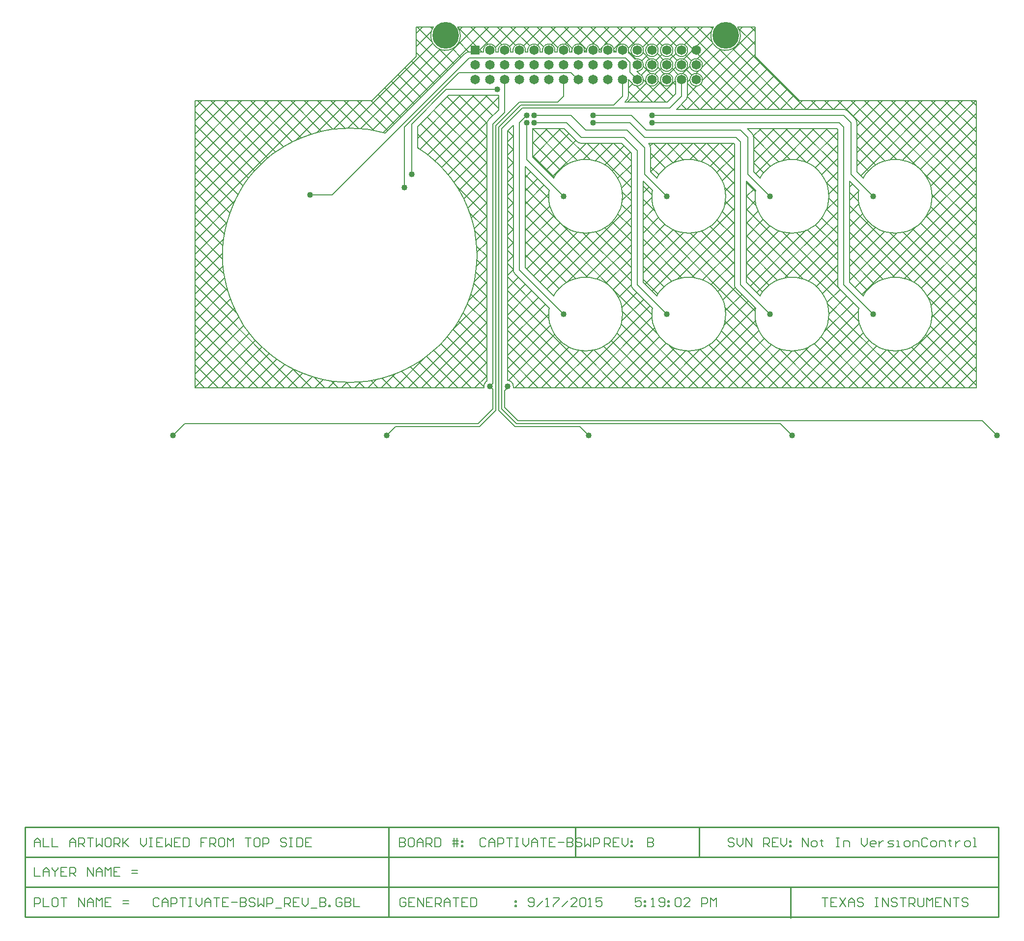
<source format=gbl>
%FSAX25Y25*%
%MOIN*%
G70*
G01*
G75*
G04 Layer_Physical_Order=2*
G04 Layer_Color=16711680*
%ADD10C,0.00787*%
%ADD11C,0.03937*%
%ADD12C,0.00591*%
%ADD13C,0.00600*%
%ADD14C,0.00800*%
%ADD15C,0.01600*%
%ADD16C,0.01000*%
%ADD17C,0.06496*%
%ADD18R,0.06496X0.06496*%
%ADD19C,0.18110*%
%ADD20C,0.04000*%
G54D14*
X0598028Y0587228D02*
G03*
X0595200Y0588400I-0002828J-0002828D01*
G01*
X0604200Y0579400D02*
G03*
X0603028Y0582228I-0004000J0000000D01*
G01*
X0604200Y0579400D02*
G03*
X0603028Y0582228I-0004000J0000000D01*
G01*
X0598028Y0587228D02*
G03*
X0595200Y0588400I-0002828J-0002828D01*
G01*
X0525255Y0638534D02*
G03*
X0523367Y0644400I-0010055J0000000D01*
G01*
X0507033D02*
G03*
X0525255Y0638534I0008167J-0005866D01*
G01*
X0499448Y0618534D02*
G03*
X0499448Y0618534I-0004248J0000000D01*
G01*
X0489200Y0607104D02*
G03*
X0489448Y0608534I-0004000J0001430D01*
G01*
X0499448D02*
G03*
X0499448Y0608534I-0004248J0000000D01*
G01*
X0534200Y0569400D02*
G03*
X0533028Y0572228I-0004000J0000000D01*
G01*
X0534200Y0569400D02*
G03*
X0533028Y0572228I-0004000J0000000D01*
G01*
X0489448Y0628534D02*
G03*
X0489448Y0628534I-0004248J0000000D01*
G01*
Y0608534D02*
G03*
X0481200Y0607104I-0004248J0000000D01*
G01*
X0489448Y0618534D02*
G03*
X0489448Y0618534I-0004248J0000000D01*
G01*
X0479448Y0628534D02*
G03*
X0479448Y0628534I-0004248J0000000D01*
G01*
Y0618534D02*
G03*
X0479448Y0618534I-0004248J0000000D01*
G01*
X0488028Y0594572D02*
G03*
X0489200Y0597400I-0002828J0002828D01*
G01*
X0488028Y0594572D02*
G03*
X0489200Y0597400I-0002828J0002828D01*
G01*
X0479448Y0608534D02*
G03*
X0479448Y0608534I-0004248J0000000D01*
G01*
X0464200Y0562400D02*
G03*
X0463028Y0565228I-0004000J0000000D01*
G01*
X0464200Y0562400D02*
G03*
X0463028Y0565228I-0004000J0000000D01*
G01*
X0591200Y0469400D02*
G03*
X0592372Y0466572I0004000J0000000D01*
G01*
X0591200Y0469400D02*
G03*
X0592372Y0466572I0004000J0000000D01*
G01*
X0521200Y0469400D02*
G03*
X0522372Y0466572I0004000J0000000D01*
G01*
X0521200Y0469400D02*
G03*
X0522372Y0466572I0004000J0000000D01*
G01*
X0469448Y0628534D02*
G03*
X0469448Y0628534I-0004248J0000000D01*
G01*
Y0618534D02*
G03*
X0469448Y0618534I-0004248J0000000D01*
G01*
X0459448Y0628534D02*
G03*
X0459448Y0628534I-0004248J0000000D01*
G01*
Y0618534D02*
G03*
X0453619Y0622477I-0004248J0000000D01*
G01*
X0450028Y0626228D02*
G03*
X0449124Y0626907I-0002828J-0002828D01*
G01*
D02*
G03*
X0449448Y0628534I-0003924J0001627D01*
G01*
D02*
G03*
X0441106Y0627400I-0004248J0000000D01*
G01*
X0453619Y0622477D02*
G03*
X0453028Y0623228I-0003419J-0002077D01*
G01*
X0453619Y0622477D02*
G03*
X0453028Y0623228I-0003419J-0002077D01*
G01*
X0450028Y0626228D02*
G03*
X0449124Y0626907I-0002828J-0002828D01*
G01*
X0469448Y0608534D02*
G03*
X0469448Y0608534I-0004248J0000000D01*
G01*
X0455104Y0614287D02*
G03*
X0459448Y0618534I0000096J0004247D01*
G01*
Y0608534D02*
G03*
X0457017Y0612374I-0004248J0000000D01*
G01*
X0451360Y0606717D02*
G03*
X0459448Y0608534I0003840J0001817D01*
G01*
X0449200Y0607104D02*
G03*
X0449448Y0608534I-0004000J0001430D01*
G01*
X0448028Y0594572D02*
G03*
X0449200Y0597400I-0002828J0002828D01*
G01*
X0448028Y0594572D02*
G03*
X0449200Y0597400I-0002828J0002828D01*
G01*
X0439448Y0628534D02*
G03*
X0431106Y0627400I-0004248J0000000D01*
G01*
X0429448Y0628534D02*
G03*
X0421106Y0627400I-0004248J0000000D01*
G01*
X0419448Y0628534D02*
G03*
X0411106Y0627400I-0004248J0000000D01*
G01*
X0419294D02*
G03*
X0419448Y0628534I-0004094J0001134D01*
G01*
X0439294Y0627400D02*
G03*
X0439448Y0628534I-0004094J0001134D01*
G01*
X0429294Y0627400D02*
G03*
X0429448Y0628534I-0004094J0001134D01*
G01*
X0409448D02*
G03*
X0401106Y0627400I-0004248J0000000D01*
G01*
X0399294D02*
G03*
X0399448Y0628534I-0004094J0001134D01*
G01*
X0409294Y0627400D02*
G03*
X0409448Y0628534I-0004094J0001134D01*
G01*
X0389448D02*
G03*
X0381106Y0627400I-0004248J0000000D01*
G01*
X0399448Y0628534D02*
G03*
X0391106Y0627400I-0004248J0000000D01*
G01*
X0389294D02*
G03*
X0389448Y0628534I-0004094J0001134D01*
G01*
X0414372Y0566572D02*
G03*
X0417200Y0565400I0002828J0002828D01*
G01*
X0414372Y0566572D02*
G03*
X0417200Y0565400I0002828J0002828D01*
G01*
X0384200Y0575527D02*
G03*
X0385200Y0575400I0001000J0003873D01*
G01*
X0379448Y0628534D02*
G03*
X0371106Y0627400I-0004248J0000000D01*
G01*
X0369294D02*
G03*
X0369448Y0628534I-0004094J0001134D01*
G01*
X0379294Y0627400D02*
G03*
X0379448Y0628534I-0004094J0001134D01*
G01*
X0369448D02*
G03*
X0361106Y0627400I-0004248J0000000D01*
G01*
X0359294D02*
G03*
X0359448Y0628534I-0004094J0001134D01*
G01*
D02*
G03*
X0351106Y0627400I-0004248J0000000D01*
G01*
X0335255Y0638534D02*
G03*
X0333367Y0644400I-0010055J0000000D01*
G01*
X0317033D02*
G03*
X0335255Y0638534I0008167J-0005866D01*
G01*
X0360200Y0597900D02*
G03*
X0361200Y0598027I0000000J0004000D01*
G01*
X0341200Y0627400D02*
G03*
X0338372Y0626228I0000000J-0004000D01*
G01*
X0341200Y0627400D02*
G03*
X0338372Y0626228I0000000J-0004000D01*
G01*
X0354372Y0581228D02*
G03*
X0353200Y0578400I0002828J-0002828D01*
G01*
X0354372Y0581228D02*
G03*
X0353200Y0578400I0002828J-0002828D01*
G01*
X0451200Y0469400D02*
G03*
X0452372Y0466572I0004000J0000000D01*
G01*
X0371200Y0479400D02*
G03*
X0372372Y0476572I0004000J0000000D01*
G01*
X0371200Y0479400D02*
G03*
X0372372Y0476572I0004000J0000000D01*
G01*
X0451200Y0469400D02*
G03*
X0452372Y0466572I0004000J0000000D01*
G01*
X0371200Y0400400D02*
G03*
X0367200Y0404400I-0004000J0000000D01*
G01*
X0352372Y0403228D02*
G03*
X0351327Y0399400I0002828J-0002828D01*
G01*
X0352372Y0403228D02*
G03*
X0351327Y0399400I0002828J-0002828D01*
G01*
X0672735Y0594400D02*
X0685200Y0581935D01*
X0681786Y0594400D02*
X0685200Y0590986D01*
X0663685Y0594400D02*
X0685200Y0572885D01*
X0654634Y0594400D02*
X0685200Y0563834D01*
X0645582Y0594400D02*
X0685200Y0554782D01*
X0626545Y0554137D02*
X0666808Y0594400D01*
X0630200Y0554439D02*
X0633004Y0554282D01*
X0635343Y0553884D02*
X0675859Y0594400D01*
X0604200Y0558945D02*
X0639655Y0594400D01*
X0591277D02*
X0631299Y0554378D01*
X0604200Y0577047D02*
X0621553Y0594400D01*
X0601679Y0583577D02*
X0612502Y0594400D01*
X0604200Y0567996D02*
X0630604Y0594400D01*
X0597015Y0587964D02*
X0603451Y0594400D01*
X0627396Y0554282D02*
X0630200Y0554439D01*
X0598028Y0587228D02*
X0603028Y0582228D01*
X0636531Y0594400D02*
X0685200Y0545731D01*
X0641969Y0551460D02*
X0684910Y0594400D01*
X0627481D02*
X0685200Y0536681D01*
X0618430Y0594400D02*
X0685200Y0527630D01*
X0609379Y0594400D02*
X0685200Y0518579D01*
X0654169Y0536507D02*
X0685200Y0567537D01*
X0651373Y0542762D02*
X0685200Y0576588D01*
X0655187Y0528474D02*
X0685200Y0558486D01*
X0647251Y0547690D02*
X0685200Y0585639D01*
X0606807Y0543450D02*
X0657757Y0594400D01*
X0604200Y0549894D02*
X0648706Y0594400D01*
X0604200Y0563375D02*
X0616939Y0550635D01*
X0604200Y0546057D02*
Y0579400D01*
Y0572426D02*
X0623220Y0553406D01*
X0600328Y0594400D02*
X0645603Y0549125D01*
X0633004Y0554282D02*
X0635772Y0553812D01*
X0624628D02*
X0627396Y0554282D01*
X0635772Y0553812D02*
X0638470Y0553034D01*
X0621930D02*
X0624628Y0553812D01*
X0604200Y0554324D02*
X0611987Y0546537D01*
X0582226Y0594400D02*
X0588226Y0588400D01*
X0573175Y0594400D02*
X0579175Y0588400D01*
X0588400D02*
X0594400Y0594400D01*
X0565200D02*
X0685200D01*
X0570298Y0588400D02*
X0576298Y0594400D01*
X0590543Y0575400D02*
X0591200Y0574743D01*
X0579349Y0588400D02*
X0585349Y0594400D01*
X0583124Y0575400D02*
X0591200Y0567324D01*
X0481857Y0588400D02*
X0595200D01*
X0529857Y0575400D02*
X0590543D01*
X0535200Y0624400D02*
X0565200Y0594400D01*
X0525043Y0588400D02*
X0548122Y0611478D01*
X0524290Y0634234D02*
X0570124Y0588400D01*
X0511044Y0629378D02*
X0552022Y0588400D01*
X0519853Y0629620D02*
X0561073Y0588400D01*
X0552196D02*
X0561698Y0597902D01*
X0543145Y0588400D02*
X0557173Y0602427D01*
X0561247Y0588400D02*
X0567247Y0594400D01*
X0534094Y0588400D02*
X0552647Y0606953D01*
X0534200Y0561353D02*
X0548247Y0575400D01*
X0574073D02*
X0591200Y0558273D01*
X0563285Y0554234D02*
X0584451Y0575400D01*
X0565022D02*
X0591200Y0549222D01*
X0546920Y0575400D02*
X0569862Y0552458D01*
X0555971Y0575400D02*
X0591200Y0540171D01*
X0575980Y0548827D02*
X0591200Y0564047D01*
X0570355Y0552253D02*
X0591200Y0573098D01*
X0580374Y0544170D02*
X0591200Y0554996D01*
X0553481Y0553481D02*
X0575400Y0575400D01*
X0565772Y0553812D02*
X0568470Y0553034D01*
X0537869Y0575400D02*
X0558902Y0554366D01*
X0534200Y0552302D02*
X0557298Y0575400D01*
X0535603Y0544654D02*
X0566349Y0575400D01*
X0534143Y0570075D02*
X0551402Y0552816D01*
X0534200Y0560967D02*
X0545525Y0549642D01*
X0560200Y0554439D02*
X0563003Y0554282D01*
X0557397D02*
X0560200Y0554439D01*
X0563003Y0554282D02*
X0565772Y0553812D01*
X0554628D02*
X0557397Y0554282D01*
X0551930Y0553034D02*
X0554628Y0553812D01*
X0647905Y0547106D02*
X0649777Y0545012D01*
X0645812Y0548977D02*
X0647905Y0547106D01*
X0649777Y0545012D02*
X0651402Y0542722D01*
X0641064Y0551960D02*
X0643522Y0550601D01*
X0645812Y0548977D01*
X0654612Y0534972D02*
X0655082Y0532203D01*
X0653834Y0537670D02*
X0654612Y0534972D01*
X0655082Y0532203D02*
X0655239Y0529400D01*
X0651402Y0542722D02*
X0652760Y0540264D01*
X0653834Y0537670D01*
X0638470Y0553034D02*
X0641064Y0551960D01*
X0619336D02*
X0621930Y0553034D01*
X0616878Y0550601D02*
X0619336Y0551960D01*
X0614588Y0548977D02*
X0616878Y0550601D01*
X0612495Y0547106D02*
X0614588Y0548977D01*
X0610623Y0545012D02*
X0612495Y0547106D01*
X0608998Y0542722D02*
X0610623Y0545012D01*
X0608478Y0541779D02*
X0608998Y0542722D01*
X0605318Y0532203D02*
X0605524Y0533419D01*
X0605161Y0529400D02*
X0605318Y0532203D01*
X0655082Y0526596D02*
X0655239Y0529400D01*
X0654612Y0523828D02*
X0655082Y0526596D01*
X0653834Y0521130D02*
X0654612Y0523828D01*
X0650323Y0514559D02*
X0685200Y0549435D01*
X0649925Y0544803D02*
X0685200Y0509528D01*
X0652760Y0518536D02*
X0653834Y0521130D01*
X0651402Y0516078D02*
X0652760Y0518536D01*
X0649777Y0513788D02*
X0651402Y0516078D01*
X0647905Y0511694D02*
X0649777Y0513788D01*
X0645812Y0509823D02*
X0647905Y0511694D01*
X0606566Y0521130D02*
X0607640Y0518536D01*
X0605788Y0523828D02*
X0606566Y0521130D01*
X0607640Y0518536D02*
X0608998Y0516078D01*
X0605161Y0529400D02*
X0605318Y0526596D01*
X0605788Y0523828D01*
X0614588Y0509823D02*
X0616878Y0508198D01*
X0612495Y0511694D02*
X0614588Y0509823D01*
X0643522Y0508198D02*
X0645812Y0509823D01*
X0608998Y0516078D02*
X0610623Y0513788D01*
X0612495Y0511694D01*
X0604200Y0546057D02*
X0608478Y0541779D01*
X0583568Y0538313D02*
X0591200Y0545945D01*
X0599200Y0539743D02*
X0605524Y0533419D01*
X0581401Y0542722D02*
X0582760Y0540264D01*
X0583834Y0537670D01*
X0599200Y0535843D02*
X0601150Y0537793D01*
X0584612Y0534972D02*
X0585082Y0532203D01*
X0585158Y0530852D02*
X0591200Y0536894D01*
X0583834Y0537670D02*
X0584612Y0534972D01*
X0583257Y0539062D02*
X0591200Y0531120D01*
X0571064Y0551960D02*
X0573522Y0550601D01*
X0568470Y0553034D02*
X0571064Y0551960D01*
X0573522Y0550601D02*
X0575812Y0548977D01*
X0549336Y0551960D02*
X0551930Y0553034D01*
X0546878Y0550601D02*
X0549336Y0551960D01*
X0577906Y0547106D02*
X0579777Y0545012D01*
X0575812Y0548977D02*
X0577906Y0547106D01*
X0579777Y0545012D02*
X0581401Y0542722D01*
X0544588Y0548977D02*
X0546878Y0550601D01*
X0542494Y0547106D02*
X0544588Y0548977D01*
X0599200Y0526792D02*
X0605463Y0533055D01*
X0599200Y0532171D02*
X0605429Y0525942D01*
X0585167Y0528102D02*
X0591200Y0522069D01*
X0585082Y0532203D02*
X0585239Y0529400D01*
X0585082Y0526596D02*
X0585239Y0529400D01*
X0599200Y0517741D02*
X0605716Y0524257D01*
X0584612Y0523828D02*
X0585082Y0526596D01*
X0599200Y0508690D02*
X0608141Y0517631D01*
X0583373Y0520016D02*
X0591200Y0527843D01*
X0583616Y0520602D02*
X0591200Y0513018D01*
X0583834Y0521130D02*
X0584612Y0523828D01*
X0582760Y0518536D02*
X0583834Y0521130D01*
X0581401Y0516078D02*
X0582760Y0518536D01*
X0579777Y0513788D02*
X0581401Y0516078D01*
X0577906Y0511694D02*
X0579777Y0513788D01*
X0575812Y0509823D02*
X0577906Y0511694D01*
X0573522Y0508198D02*
X0575812Y0509823D01*
X0542494Y0511694D02*
X0544588Y0509823D01*
X0546878Y0508198D01*
X0532226Y0644400D02*
X0535200Y0641426D01*
X0524556Y0642218D02*
X0526737Y0644400D01*
X0535200Y0624400D02*
Y0644400D01*
X0523367D02*
X0535200D01*
X0523751Y0643823D02*
X0535200Y0632375D01*
X0499418Y0608030D02*
X0535200Y0643812D01*
X0495994Y0622707D02*
X0506604Y0633317D01*
X0499027Y0616689D02*
X0511516Y0629178D01*
X0505073Y0644400D02*
X0506286Y0643187D01*
X0496022Y0644400D02*
X0506044Y0634378D01*
X0495119Y0612781D02*
X0497045Y0614707D01*
X0488436Y0615782D02*
X0492448Y0611770D01*
X0489200Y0606862D02*
X0490953Y0608615D01*
X0489200Y0597812D02*
X0495704Y0604316D01*
X0489200Y0597400D02*
Y0607104D01*
X0506941Y0588400D02*
X0539071Y0620529D01*
X0497962Y0615307D02*
X0524869Y0588400D01*
X0515992D02*
X0543596Y0616004D01*
X0488839Y0588400D02*
X0535200Y0634761D01*
X0497890Y0588400D02*
X0535200Y0625710D01*
X0534097Y0570301D02*
X0539196Y0575400D01*
X0534200Y0546057D02*
Y0569400D01*
X0529857Y0575400D02*
X0533028Y0572228D01*
X0520543Y0565400D02*
X0521200Y0564743D01*
X0498436Y0605782D02*
X0515818Y0588400D01*
X0493563Y0565400D02*
X0521200Y0537763D01*
X0489174Y0596942D02*
X0497716Y0588400D01*
X0489200Y0605967D02*
X0506767Y0588400D01*
X0511665Y0565400D02*
X0521200Y0555865D01*
X0504589Y0549844D02*
X0520145Y0565400D01*
X0502614D02*
X0521200Y0546814D01*
X0491036Y0554392D02*
X0502043Y0565400D01*
X0498653Y0552958D02*
X0511094Y0565400D01*
X0487370Y0632186D02*
X0499585Y0644400D01*
X0486732Y0622496D02*
X0505532Y0641296D01*
X0477926Y0631792D02*
X0490534Y0644400D01*
X0478436Y0625782D02*
X0482448Y0621770D01*
X0487962Y0625307D02*
X0491973Y0621296D01*
X0485994Y0612707D02*
X0491027Y0617740D01*
X0478834Y0616333D02*
X0483000Y0612168D01*
X0468869Y0644400D02*
X0481973Y0631296D01*
X0477370Y0622186D02*
X0481548Y0626364D01*
X0468405Y0631322D02*
X0481483Y0644400D01*
X0468834Y0626333D02*
X0472999Y0622167D01*
X0476732Y0612496D02*
X0481238Y0617002D01*
X0469149Y0616967D02*
X0473633Y0612483D01*
X0467926Y0621792D02*
X0471942Y0625808D01*
X0467370Y0612186D02*
X0471548Y0616364D01*
X0486971Y0644400D02*
X0542971Y0588400D01*
X0477920Y0644400D02*
X0533920Y0588400D01*
X0481857D02*
X0488028Y0594572D01*
X0484512Y0565400D02*
X0496234Y0553679D01*
X0485261Y0591804D02*
X0488665Y0588400D01*
X0479705Y0552113D02*
X0492992Y0565400D01*
X0462857D02*
X0520543D01*
X0464399Y0545858D02*
X0483941Y0565400D01*
X0479149Y0606967D02*
X0481200Y0604916D01*
Y0599057D02*
Y0607104D01*
X0469365Y0607700D02*
X0479604Y0597461D01*
X0466686Y0593400D02*
X0481027Y0607740D01*
X0475543Y0593400D02*
X0481200Y0599057D01*
X0464200Y0554710D02*
X0474890Y0565400D01*
X0466410D02*
X0479700Y0552110D01*
X0463259Y0604755D02*
X0474614Y0593400D01*
X0464021Y0563582D02*
X0465839Y0565400D01*
X0540623Y0545012D02*
X0542494Y0547106D01*
X0538999Y0542722D02*
X0540623Y0545012D01*
X0538478Y0541779D02*
X0538999Y0542722D01*
X0534200Y0551916D02*
X0540850Y0545266D01*
X0534200Y0546057D02*
X0538478Y0541779D01*
X0535318Y0532203D02*
X0535525Y0533419D01*
X0529200Y0539743D02*
X0535525Y0533419D01*
X0535161Y0529400D02*
X0535318Y0532203D01*
X0529200Y0538814D02*
X0535390Y0532625D01*
X0529200Y0529200D02*
X0534472Y0534472D01*
X0512863Y0540016D02*
X0521200Y0548353D01*
X0511402Y0542722D02*
X0512760Y0540264D01*
X0513834Y0537670D01*
X0509319Y0545523D02*
X0521200Y0557404D01*
X0509777Y0545012D02*
X0511402Y0542722D01*
X0529200Y0538251D02*
X0529946Y0538997D01*
X0514940Y0533041D02*
X0521200Y0539302D01*
X0515082Y0532203D02*
X0515239Y0529400D01*
X0513834Y0537670D02*
X0514612Y0534972D01*
X0515082Y0532203D01*
X0535318Y0526596D02*
X0535788Y0523828D01*
X0535161Y0529400D02*
X0535318Y0526596D01*
X0535788Y0523828D02*
X0536566Y0521130D01*
X0529200Y0529763D02*
X0536053Y0522910D01*
X0529200Y0520149D02*
X0535366Y0526315D01*
X0538999Y0516078D02*
X0540623Y0513788D01*
X0537640Y0518536D02*
X0538999Y0516078D01*
X0540623Y0513788D02*
X0542494Y0511694D01*
X0536566Y0521130D02*
X0537640Y0518536D01*
X0529200Y0511098D02*
X0537347Y0519245D01*
X0515082Y0526596D02*
X0515239Y0529400D01*
X0514612Y0523828D02*
X0515082Y0526596D01*
X0514963Y0525898D02*
X0521200Y0519661D01*
X0514478Y0535434D02*
X0521200Y0528712D01*
X0514544Y0523595D02*
X0521200Y0530251D01*
X0513834Y0521130D02*
X0514612Y0523828D01*
X0512760Y0518536D02*
X0513834Y0521130D01*
X0512911Y0518900D02*
X0521200Y0510610D01*
X0511402Y0516078D02*
X0512760Y0518536D01*
X0509777Y0513788D02*
X0511402Y0516078D01*
X0493004Y0554282D02*
X0495772Y0553812D01*
X0490200Y0554439D02*
X0493004Y0554282D01*
X0495772Y0553812D02*
X0498470Y0553034D01*
X0487396Y0554282D02*
X0490200Y0554439D01*
X0484628Y0553812D02*
X0487396Y0554282D01*
X0505812Y0548977D02*
X0507905Y0547106D01*
X0503522Y0550601D02*
X0505812Y0548977D01*
X0507905Y0547106D02*
X0509777Y0545012D01*
X0498470Y0553034D02*
X0501064Y0551960D01*
X0503522Y0550601D01*
X0475461Y0565400D02*
X0486698Y0554163D01*
X0464200Y0558559D02*
X0474163Y0548596D01*
X0464200Y0546057D02*
Y0562400D01*
X0481930Y0553034D02*
X0484628Y0553812D01*
X0479336Y0551960D02*
X0481930Y0553034D01*
X0476878Y0550601D02*
X0479336Y0551960D01*
X0474588Y0548977D02*
X0476878Y0550601D01*
X0472495Y0547106D02*
X0474588Y0548977D01*
X0470623Y0545012D02*
X0472495Y0547106D01*
X0468998Y0542722D02*
X0470623Y0545012D01*
X0507905Y0511694D02*
X0509777Y0513788D01*
X0464200Y0549508D02*
X0469824Y0543885D01*
X0468998Y0516078D02*
X0470623Y0513788D01*
X0505812Y0509823D02*
X0507905Y0511694D01*
X0503522Y0508198D02*
X0505812Y0509823D01*
X0474588D02*
X0476878Y0508198D01*
X0470623Y0513788D02*
X0472495Y0511694D01*
X0474588Y0509823D01*
X0468478Y0541779D02*
X0468998Y0542722D01*
X0465318Y0532203D02*
X0465524Y0533419D01*
X0465161Y0529400D02*
X0465318Y0526596D01*
X0464200Y0546057D02*
X0468478Y0541779D01*
X0465161Y0529400D02*
X0465318Y0532203D01*
X0466566Y0521130D02*
X0467640Y0518536D01*
X0468998Y0516078D01*
X0465318Y0526596D02*
X0465788Y0523828D01*
X0466566Y0521130D01*
X0654206Y0522420D02*
X0685200Y0491426D01*
X0655178Y0530499D02*
X0685200Y0500477D01*
X0651435Y0516140D02*
X0685200Y0482375D01*
X0628193Y0474327D02*
X0685200Y0531333D01*
X0636515Y0473597D02*
X0685200Y0522282D01*
X0641064Y0506840D02*
X0643522Y0508198D01*
X0638470Y0505766D02*
X0641064Y0506840D01*
X0647337Y0511187D02*
X0685200Y0473324D01*
X0635772Y0504988D02*
X0638470Y0505766D01*
X0633004Y0504518D02*
X0635772Y0504988D01*
X0624628D02*
X0627396Y0504518D01*
X0621930Y0505766D02*
X0624628Y0504988D01*
X0627396Y0504518D02*
X0630200Y0504361D01*
X0616878Y0508198D02*
X0619336Y0506840D01*
X0621930Y0505766D01*
X0630200Y0474439D02*
X0633004Y0474282D01*
X0630200Y0504361D02*
X0633004Y0504518D01*
Y0474282D02*
X0635772Y0473812D01*
X0627396Y0474282D02*
X0630200Y0474439D01*
X0624628Y0473812D02*
X0627396Y0474282D01*
X0642074Y0507399D02*
X0685200Y0464273D01*
X0642909Y0470940D02*
X0685200Y0513232D01*
Y0399400D02*
Y0594400D01*
X0635483Y0504939D02*
X0685200Y0455222D01*
X0626742Y0504629D02*
X0685200Y0446171D01*
X0654496Y0455374D02*
X0685200Y0486079D01*
X0651896Y0461826D02*
X0685200Y0495129D01*
X0655101Y0446928D02*
X0685200Y0477028D01*
X0648009Y0466990D02*
X0685200Y0504180D01*
X0651402Y0462722D02*
X0652760Y0460264D01*
X0638470Y0473034D02*
X0641064Y0471960D01*
X0635772Y0473812D02*
X0638470Y0473034D01*
X0641064Y0471960D02*
X0643522Y0470602D01*
X0621930Y0473034D02*
X0624628Y0473812D01*
X0619336Y0471960D02*
X0621930Y0473034D01*
X0647905Y0467105D02*
X0649777Y0465012D01*
X0645812Y0468977D02*
X0647905Y0467105D01*
X0649777Y0465012D02*
X0651402Y0462722D01*
X0616878Y0470602D02*
X0619336Y0471960D01*
X0643522Y0470602D02*
X0645812Y0468977D01*
X0599200Y0514069D02*
X0641612Y0471657D01*
X0599200Y0499639D02*
X0611910Y0512349D01*
X0603011Y0467246D02*
X0645042Y0509277D01*
X0599200Y0490588D02*
X0616839Y0508227D01*
X0599200Y0481537D02*
X0623093Y0505431D01*
X0599200Y0495967D02*
X0622087Y0473080D01*
X0599200Y0486916D02*
X0616081Y0470036D01*
X0614588Y0468977D02*
X0616878Y0470602D01*
X0599200Y0505018D02*
X0629801Y0474417D01*
X0599200Y0472486D02*
X0631126Y0504413D01*
X0599200Y0471057D02*
Y0539743D01*
X0580442Y0514725D02*
X0591200Y0503967D01*
Y0469400D02*
Y0574743D01*
X0576066Y0510050D02*
X0591200Y0494916D01*
X0555402Y0473943D02*
X0591200Y0509741D01*
X0571358Y0471797D02*
X0591200Y0491639D01*
X0570471Y0506595D02*
X0591200Y0485865D01*
X0576750Y0468138D02*
X0591200Y0482588D01*
X0563425Y0504590D02*
X0591200Y0476814D01*
X0564532Y0474022D02*
X0591200Y0500690D01*
X0607536Y0462721D02*
X0685200Y0540384D01*
X0599200Y0471057D02*
X0608478Y0461779D01*
X0599200Y0523120D02*
X0685200Y0437120D01*
X0599200Y0477865D02*
X0611298Y0465767D01*
X0529200Y0520712D02*
X0605728Y0444184D01*
X0612495Y0467105D02*
X0614588Y0468977D01*
X0610623Y0465012D02*
X0612495Y0467105D01*
X0616623Y0399400D02*
X0685200Y0467977D01*
X0608998Y0462722D02*
X0610623Y0465012D01*
X0592372Y0466572D02*
X0605524Y0453419D01*
X0580979Y0463317D02*
X0591200Y0473537D01*
X0553711Y0505253D02*
X0592143Y0466820D01*
X0536332Y0463925D02*
X0591200Y0518792D01*
X0581401Y0462722D02*
X0582760Y0460264D01*
X0579777Y0465012D02*
X0581401Y0462722D01*
X0583957Y0457243D02*
X0592828Y0466115D01*
X0575812Y0468977D02*
X0577906Y0467105D01*
X0579777Y0465012D01*
X0654612Y0454972D02*
X0655082Y0452204D01*
X0653834Y0457670D02*
X0654612Y0454972D01*
X0655082Y0452204D02*
X0655239Y0449400D01*
X0652760Y0460264D02*
X0653834Y0457670D01*
X0652457Y0460812D02*
X0685200Y0428069D01*
X0655082Y0446596D02*
X0655239Y0449400D01*
X0654612Y0443828D02*
X0655082Y0446596D01*
X0653834Y0441130D02*
X0654612Y0443828D01*
X0652760Y0438536D02*
X0653834Y0441130D01*
X0651402Y0436078D02*
X0652760Y0438536D01*
X0649777Y0433788D02*
X0651402Y0436078D01*
X0647905Y0431695D02*
X0649777Y0433788D01*
X0645812Y0429823D02*
X0647905Y0431695D01*
X0612495D02*
X0614588Y0429823D01*
X0643522Y0428198D02*
X0645812Y0429823D01*
X0641064Y0426840D02*
X0643522Y0428198D01*
X0638470Y0425766D02*
X0641064Y0426840D01*
X0619336D02*
X0621930Y0425766D01*
X0614588Y0429823D02*
X0616878Y0428198D01*
X0619336Y0426840D01*
X0653880Y0441287D02*
X0685200Y0409967D01*
X0655217Y0449001D02*
X0685200Y0419018D01*
X0643776Y0399400D02*
X0685200Y0440824D01*
X0625674Y0399400D02*
X0685200Y0458926D01*
X0634725Y0399400D02*
X0685200Y0449875D01*
X0670929Y0399400D02*
X0685200Y0413671D01*
X0661878Y0399400D02*
X0685200Y0422722D01*
X0679980Y0399400D02*
X0685200Y0404620D01*
X0650836Y0435281D02*
X0685200Y0400916D01*
X0652827Y0399400D02*
X0685200Y0431773D01*
X0641135Y0426879D02*
X0668614Y0399400D01*
X0635772Y0424988D02*
X0638470Y0425766D01*
X0646567Y0430498D02*
X0677665Y0399400D01*
X0621930Y0425766D02*
X0624628Y0424988D01*
X0627396Y0424518D01*
X0633004D02*
X0635772Y0424988D01*
X0630200Y0424361D02*
X0633004Y0424518D01*
X0634236Y0424727D02*
X0659563Y0399400D01*
X0627396Y0424518D02*
X0630200Y0424361D01*
X0624985Y0424928D02*
X0650512Y0399400D01*
X0608478Y0461779D02*
X0608998Y0462722D01*
X0605318Y0452204D02*
X0605524Y0453419D01*
X0605161Y0449400D02*
X0605318Y0446596D01*
X0605161Y0449400D02*
X0605318Y0452204D01*
X0582029Y0437213D02*
X0601879Y0457064D01*
X0607640Y0438536D02*
X0608998Y0436078D01*
X0606566Y0441130D02*
X0607640Y0438536D01*
X0608998Y0436078D02*
X0610623Y0433788D01*
X0605318Y0446596D02*
X0605788Y0443828D01*
X0606566Y0441130D01*
X0585235Y0449471D02*
X0597354Y0461589D01*
X0584612Y0454972D02*
X0585082Y0452204D01*
X0585239Y0449400D01*
X0582760Y0460264D02*
X0583834Y0457670D01*
X0584612Y0454972D01*
X0585082Y0446596D02*
X0585239Y0449400D01*
X0584612Y0443828D02*
X0585082Y0446596D01*
X0583834Y0441130D02*
X0584612Y0443828D01*
X0582760Y0438536D02*
X0583834Y0441130D01*
X0581401Y0436078D02*
X0582760Y0438536D01*
X0584094Y0456767D02*
X0641461Y0399400D01*
X0583188Y0439571D02*
X0623359Y0399400D01*
X0585089Y0446721D02*
X0632410Y0399400D01*
X0571369D02*
X0608660Y0436691D01*
X0579836Y0433872D02*
X0614308Y0399400D01*
X0607572D02*
X0632672Y0424499D01*
X0610623Y0433788D02*
X0612495Y0431695D01*
X0598521Y0399400D02*
X0624226Y0425104D01*
X0580419Y0399400D02*
X0612610Y0431591D01*
X0589470Y0399400D02*
X0617774Y0427704D01*
X0579777Y0433788D02*
X0581401Y0436078D01*
X0577906Y0431695D02*
X0579777Y0433788D01*
X0575812Y0429823D02*
X0577906Y0431695D01*
X0553267Y0399400D02*
X0605273Y0451407D01*
X0562318Y0399400D02*
X0606003Y0443085D01*
X0569439Y0426167D02*
X0596207Y0399400D01*
X0575240Y0429418D02*
X0605258Y0399400D01*
X0551604Y0425901D02*
X0578105Y0399400D01*
X0562089Y0424467D02*
X0587155Y0399400D01*
X0571064Y0506840D02*
X0573522Y0508198D01*
X0568470Y0505766D02*
X0571064Y0506840D01*
X0565772Y0504988D02*
X0568470Y0505766D01*
X0563003Y0504518D02*
X0565772Y0504988D01*
X0529200Y0511661D02*
X0567567Y0473294D01*
X0560200Y0474439D02*
X0563003Y0474282D01*
X0560200Y0504361D02*
X0563003Y0504518D01*
Y0474282D02*
X0565772Y0473812D01*
X0557397Y0504518D02*
X0560200Y0504361D01*
X0557397Y0474282D02*
X0560200Y0474439D01*
X0549336Y0506840D02*
X0551930Y0505766D01*
X0546878Y0508198D02*
X0549336Y0506840D01*
X0529200Y0502047D02*
X0540773Y0513620D01*
X0529200Y0492996D02*
X0545430Y0509226D01*
X0529200Y0483945D02*
X0551287Y0506032D01*
X0554628Y0504988D02*
X0557397Y0504518D01*
X0551930Y0505766D02*
X0554628Y0504988D01*
Y0473812D02*
X0557397Y0474282D01*
X0529200Y0474894D02*
X0558748Y0504442D01*
X0529200Y0502610D02*
X0557521Y0474289D01*
X0565772Y0473812D02*
X0568470Y0473034D01*
X0551930D02*
X0554628Y0473812D01*
X0568470Y0473034D02*
X0571064Y0471960D01*
X0529200Y0493559D02*
X0550371Y0472389D01*
X0531807Y0468450D02*
X0569584Y0506227D01*
X0571064Y0471960D02*
X0573522Y0470602D01*
X0549336Y0471960D02*
X0551930Y0473034D01*
X0573522Y0470602D02*
X0575812Y0468977D01*
X0546878Y0470602D02*
X0549336Y0471960D01*
X0544588Y0468977D02*
X0546878Y0470602D01*
X0529200Y0484508D02*
X0544672Y0469036D01*
X0529200Y0475457D02*
X0540218Y0464440D01*
X0529200Y0471057D02*
X0538478Y0461779D01*
X0529200Y0471057D02*
Y0539743D01*
X0521200Y0469400D02*
Y0564743D01*
X0542494Y0467105D02*
X0544588Y0468977D01*
X0540623Y0465012D02*
X0542494Y0467105D01*
X0522372Y0466572D02*
X0535525Y0453419D01*
X0509397Y0513363D02*
X0521200Y0501559D01*
X0501064Y0506840D02*
X0503522Y0508198D01*
X0504685Y0509024D02*
X0521200Y0492508D01*
X0498470Y0505766D02*
X0501064Y0506840D01*
X0482148Y0473097D02*
X0521200Y0512149D01*
X0498768Y0505889D02*
X0521200Y0483458D01*
X0495772Y0504988D02*
X0498470Y0505766D01*
X0493004Y0474282D02*
X0495772Y0473812D01*
X0491190Y0504416D02*
X0521200Y0474406D01*
X0492417Y0474315D02*
X0521200Y0503098D01*
X0484628Y0504988D02*
X0487396Y0504518D01*
X0481930Y0505766D02*
X0484628Y0504988D01*
X0493004Y0504518D02*
X0495772Y0504988D01*
X0476878Y0508198D02*
X0479336Y0506840D01*
X0481930Y0505766D01*
X0490200Y0504361D02*
X0493004Y0504518D01*
X0487396D02*
X0490200Y0504361D01*
Y0474439D02*
X0493004Y0474282D01*
X0487396D02*
X0490200Y0474439D01*
X0484628Y0473812D02*
X0487396Y0474282D01*
X0505443Y0469239D02*
X0521200Y0484996D01*
X0499684Y0472531D02*
X0521200Y0494047D01*
X0509980Y0464725D02*
X0521200Y0475945D01*
X0465129Y0465128D02*
X0521200Y0521200D01*
X0479984Y0506572D02*
X0535267Y0451289D01*
X0509777Y0465012D02*
X0511402Y0462722D01*
X0507905Y0467105D02*
X0509777Y0465012D01*
X0513290Y0458984D02*
X0521725Y0467419D01*
X0503522Y0470602D02*
X0505812Y0468977D01*
X0507905Y0467105D01*
X0498470Y0473034D02*
X0501064Y0471960D01*
X0495772Y0473812D02*
X0498470Y0473034D01*
X0501064Y0471960D02*
X0503522Y0470602D01*
X0481930Y0473034D02*
X0484628Y0473812D01*
X0479336Y0471960D02*
X0481930Y0473034D01*
X0476878Y0470602D02*
X0479336Y0471960D01*
X0474588Y0468977D02*
X0476878Y0470602D01*
X0472495Y0467105D02*
X0474588Y0468977D01*
X0470623Y0465012D02*
X0472495Y0467105D01*
X0468998Y0462722D02*
X0470623Y0465012D01*
X0538999Y0462722D02*
X0540623Y0465012D01*
X0538478Y0461779D02*
X0538999Y0462722D01*
X0535318Y0452204D02*
X0535525Y0453419D01*
X0535161Y0449400D02*
X0535318Y0452204D01*
X0535161Y0449400D02*
X0535318Y0446596D01*
X0537640Y0438536D02*
X0538999Y0436078D01*
X0536566Y0441130D02*
X0537640Y0438536D01*
X0538999Y0436078D02*
X0540623Y0433788D01*
X0535318Y0446596D02*
X0535788Y0443828D01*
X0536566Y0441130D01*
X0515107Y0451751D02*
X0526150Y0462793D01*
X0514612Y0454972D02*
X0515082Y0452204D01*
X0513954Y0441546D02*
X0530676Y0458268D01*
X0512760Y0460264D02*
X0513834Y0457670D01*
X0514612Y0454972D01*
X0515082Y0446596D02*
X0515239Y0449400D01*
X0515082Y0452204D02*
X0515239Y0449400D01*
X0514612Y0443828D02*
X0515082Y0446596D01*
X0513834Y0441130D02*
X0514612Y0443828D01*
X0512760Y0438536D02*
X0513834Y0441130D01*
X0573522Y0428198D02*
X0575812Y0429823D01*
X0571064Y0426840D02*
X0573522Y0428198D01*
X0568470Y0425766D02*
X0571064Y0426840D01*
X0514843Y0453611D02*
X0569054Y0399400D01*
X0544216D02*
X0572387Y0427571D01*
X0565772Y0424988D02*
X0568470Y0425766D01*
X0563003Y0424518D02*
X0565772Y0424988D01*
X0560200Y0424361D02*
X0563003Y0424518D01*
X0557397D02*
X0560200Y0424361D01*
X0535165Y0399400D02*
X0560129Y0424365D01*
X0542494Y0431695D02*
X0544588Y0429823D01*
X0540623Y0433788D02*
X0542494Y0431695D01*
X0544588Y0429823D02*
X0546878Y0428198D01*
X0514751Y0444651D02*
X0560003Y0399400D01*
X0517063D02*
X0546283Y0428621D01*
X0551930Y0425766D02*
X0554628Y0424988D01*
X0549336Y0426840D02*
X0551930Y0425766D01*
X0554628Y0424988D02*
X0557397Y0424518D01*
X0546878Y0428198D02*
X0549336Y0426840D01*
X0526114Y0399400D02*
X0552356Y0425643D01*
X0511402Y0436078D02*
X0512760Y0438536D01*
X0511402Y0462722D02*
X0512760Y0460264D01*
X0509777Y0433788D02*
X0511402Y0436078D01*
X0507905Y0431695D02*
X0509777Y0433788D01*
X0505812Y0429823D02*
X0507905Y0431695D01*
X0503522Y0428198D02*
X0505812Y0429823D01*
X0501064Y0426840D02*
X0503522Y0428198D01*
X0476878D02*
X0479336Y0426840D01*
X0472495Y0431695D02*
X0474588Y0429823D01*
X0476878Y0428198D01*
X0468478Y0461779D02*
X0468998Y0462722D01*
X0465318Y0452204D02*
X0465524Y0453419D01*
X0465318Y0446596D02*
X0465788Y0443828D01*
X0465161Y0449400D02*
X0465318Y0452204D01*
X0465161Y0449400D02*
X0465318Y0446596D01*
X0468998Y0436078D02*
X0470623Y0433788D01*
X0467640Y0438536D02*
X0468998Y0436078D01*
X0470623Y0433788D02*
X0472495Y0431695D01*
X0465788Y0443828D02*
X0466566Y0441130D01*
X0467640Y0438536D01*
X0508012Y0399400D02*
X0541462Y0432850D01*
X0498961Y0399400D02*
X0537803Y0438242D01*
X0512424Y0437928D02*
X0550952Y0399400D01*
X0480859D02*
X0535201Y0453742D01*
X0489910Y0399400D02*
X0535578Y0445068D01*
X0503831Y0428418D02*
X0532850Y0399400D01*
X0497665Y0425534D02*
X0523799Y0399400D01*
X0508708Y0432593D02*
X0541901Y0399400D01*
X0476923Y0428174D02*
X0505697Y0399400D01*
X0489763Y0424385D02*
X0514748Y0399400D01*
X0498470Y0425766D02*
X0501064Y0426840D01*
X0495772Y0424988D02*
X0498470Y0425766D01*
X0481930D02*
X0484628Y0424988D01*
X0479336Y0426840D02*
X0481930Y0425766D01*
X0471808Y0399400D02*
X0498054Y0425646D01*
X0493004Y0424518D02*
X0495772Y0424988D01*
X0490200Y0424361D02*
X0493004Y0424518D01*
X0484628Y0424988D02*
X0487396Y0424518D01*
X0490200Y0424361D01*
X0459818Y0644400D02*
X0472448Y0631770D01*
X0458808Y0630776D02*
X0472432Y0644400D01*
X0450767D02*
X0462999Y0632167D01*
X0449129Y0630149D02*
X0463381Y0644400D01*
X0459149Y0626967D02*
X0463633Y0622482D01*
X0458405Y0621322D02*
X0462412Y0625329D01*
X0449365Y0627700D02*
X0454366Y0622699D01*
X0441716Y0644400D02*
X0453633Y0632482D01*
X0452144Y0624113D02*
X0452958Y0624926D01*
X0450028Y0626228D02*
X0453028Y0623228D01*
X0459365Y0617700D02*
X0464366Y0612699D01*
X0457926Y0611792D02*
X0461942Y0615808D01*
X0457635Y0593400D02*
X0471238Y0607002D01*
X0459448Y0608566D02*
X0461421Y0606593D01*
X0454640Y0604323D02*
X0465563Y0593400D01*
X0448585D02*
X0461548Y0606364D01*
X0455104Y0614287D02*
X0457017Y0612374D01*
X0449447Y0608630D02*
X0451360Y0606717D01*
X0449200Y0603066D02*
X0451942Y0605808D01*
X0449200Y0597400D02*
Y0607104D01*
Y0600712D02*
X0456512Y0593400D01*
X0446857D02*
X0448028Y0594572D01*
X0447159Y0593702D02*
X0447461Y0593400D01*
X0433112Y0632233D02*
X0445279Y0644400D01*
X0432665D02*
X0444366Y0632699D01*
X0439354Y0629424D02*
X0454330Y0644400D01*
X0333367D02*
X0507033D01*
X0424561Y0632734D02*
X0436228Y0644400D01*
X0423614D02*
X0435232Y0632782D01*
X0429448Y0628569D02*
X0431500Y0630622D01*
X0429293Y0629670D02*
X0430989Y0627974D01*
X0415545Y0632768D02*
X0427177Y0644400D01*
X0414563D02*
X0426336Y0632627D01*
X0387637Y0632013D02*
X0400024Y0644400D01*
X0387637Y0632013D02*
X0400024Y0644400D01*
X0387410D02*
X0401393Y0630418D01*
X0378157Y0631584D02*
X0390973Y0644400D01*
X0378359D02*
X0391749Y0631011D01*
X0405512Y0644400D02*
X0420971Y0628941D01*
X0406349Y0632623D02*
X0418126Y0644400D01*
X0419318Y0627490D02*
X0421000Y0629173D01*
X0397038Y0632364D02*
X0409075Y0644400D01*
X0396461D02*
X0411126Y0629736D01*
X0439448Y0628566D02*
X0440614Y0627400D01*
X0429294D02*
X0431106D01*
X0439294D02*
X0441106D01*
X0419294D02*
X0421106D01*
X0409294D02*
X0411106D01*
X0399294D02*
X0401106D01*
X0410177D02*
X0410966Y0628189D01*
X0389294Y0627400D02*
X0391106D01*
X0446857Y0593400D02*
X0475543D01*
X0444543Y0565400D02*
X0451200Y0558743D01*
X0439257Y0565400D02*
X0451200Y0553457D01*
X0417200Y0565400D02*
X0444543D01*
X0430206D02*
X0451200Y0544407D01*
X0438183Y0546795D02*
X0450666Y0559277D01*
X0439777Y0545012D02*
X0441401Y0542722D01*
X0442028Y0541588D02*
X0451200Y0550761D01*
X0433146Y0550809D02*
X0446140Y0563803D01*
X0437906Y0547106D02*
X0439777Y0545012D01*
X0423003Y0554282D02*
X0425772Y0553812D01*
X0420200Y0554439D02*
X0423003Y0554282D01*
X0426801Y0553515D02*
X0438687Y0565400D01*
X0418584Y0554349D02*
X0429635Y0565400D01*
X0417396Y0554282D02*
X0420200Y0554439D01*
X0433522Y0550601D02*
X0435812Y0548977D01*
X0431064Y0551960D02*
X0433522Y0550601D01*
X0435812Y0548977D02*
X0437906Y0547106D01*
X0425772Y0553812D02*
X0428470Y0553034D01*
X0431064Y0551960D01*
X0459200Y0539743D02*
X0465524Y0533419D01*
X0459200Y0531608D02*
X0463268Y0535675D01*
X0459200Y0536407D02*
X0465216Y0530390D01*
X0421156Y0565400D02*
X0451200Y0535356D01*
X0444578Y0535088D02*
X0451200Y0541710D01*
X0459200Y0522557D02*
X0465207Y0528564D01*
X0445071Y0526529D02*
X0451200Y0532659D01*
X0459200Y0527355D02*
X0467372Y0519184D01*
X0445037Y0532468D02*
X0451200Y0526305D01*
X0444614Y0523840D02*
X0451200Y0517254D01*
X0444612Y0534972D02*
X0445082Y0532203D01*
X0443834Y0537670D02*
X0444612Y0534972D01*
X0445082Y0532203D02*
X0445239Y0529400D01*
X0441401Y0542722D02*
X0442760Y0540264D01*
X0443834Y0537670D01*
X0445082Y0526596D02*
X0445239Y0529400D01*
X0444612Y0523828D02*
X0445082Y0526596D01*
X0443834Y0521130D02*
X0444612Y0523828D01*
X0442760Y0518536D02*
X0443834Y0521130D01*
X0441401Y0516078D02*
X0442760Y0518536D01*
X0405543Y0575400D02*
X0414372Y0566572D01*
X0402105Y0575400D02*
X0423268Y0554237D01*
X0393054Y0575400D02*
X0414640Y0553814D01*
X0388670Y0551587D02*
X0409013Y0571930D01*
X0414628Y0553812D02*
X0417396Y0554282D01*
X0411930Y0553034D02*
X0414628Y0553812D01*
X0409336Y0551960D02*
X0411930Y0553034D01*
X0406878Y0550601D02*
X0409336Y0551960D01*
X0385200Y0575400D02*
X0405543D01*
X0384200Y0556057D02*
Y0575527D01*
Y0574270D02*
X0385330Y0575400D01*
X0384200Y0556168D02*
X0403432Y0575400D01*
X0404588Y0548977D02*
X0406878Y0550601D01*
X0384200Y0565219D02*
X0394381Y0575400D01*
X0402494Y0547106D02*
X0404588Y0548977D01*
X0384200Y0575203D02*
X0408117Y0551286D01*
X0384200Y0566152D02*
X0402891Y0547460D01*
X0393195Y0547062D02*
X0413538Y0567405D01*
X0400623Y0545012D02*
X0402494Y0547106D01*
X0397721Y0542536D02*
X0420585Y0565400D01*
X0384200Y0557101D02*
X0398849Y0542451D01*
X0384200Y0556057D02*
X0398478Y0541779D01*
X0398998Y0542722D02*
X0400623Y0545012D01*
X0398478Y0541779D02*
X0398998Y0542722D01*
X0397640Y0518536D02*
X0398998Y0516078D01*
X0395788Y0523828D02*
X0396566Y0521130D01*
X0397640Y0518536D01*
X0379200Y0543999D02*
X0395242Y0527957D01*
X0379200Y0533066D02*
X0387538Y0541405D01*
X0379200Y0524015D02*
X0392064Y0536879D01*
X0379200Y0542117D02*
X0383013Y0545930D01*
X0379200Y0549743D02*
X0395525Y0533419D01*
X0395318Y0532203D02*
X0395525Y0533419D01*
X0395318Y0526596D02*
X0395788Y0523828D01*
X0395161Y0529400D02*
X0395318Y0532203D01*
X0395161Y0529400D02*
X0395318Y0526596D01*
X0369308Y0644400D02*
X0382184Y0631525D01*
X0368601Y0631079D02*
X0381922Y0644400D01*
X0360258D02*
X0372694Y0631964D01*
X0358967Y0630497D02*
X0372871Y0644400D01*
X0379294Y0627400D02*
X0381106D01*
X0369294D02*
X0371106D01*
X0351206Y0644400D02*
X0363282Y0632324D01*
X0342156Y0644400D02*
X0353959Y0632597D01*
X0346820Y0627400D02*
X0363820Y0644400D01*
X0315003D02*
X0316262Y0643141D01*
X0334536Y0642269D02*
X0336667Y0644400D01*
X0359294Y0627400D02*
X0361106D01*
X0352452Y0597900D02*
X0361200Y0589152D01*
Y0588057D02*
Y0598027D01*
X0327357Y0597900D02*
X0360200D01*
X0343401D02*
X0357222Y0584079D01*
X0334350Y0597900D02*
X0353246Y0579004D01*
X0326328Y0596871D02*
X0353200Y0569999D01*
X0318058Y0553383D02*
X0361200Y0596525D01*
X0313148Y0557524D02*
X0353524Y0597900D01*
X0313148Y0557524D02*
X0353524Y0597900D01*
X0333859Y0643646D02*
X0350105Y0627400D01*
X0334267Y0634187D02*
X0341056Y0627397D01*
X0329807Y0629596D02*
X0335773Y0623630D01*
X0320914Y0629438D02*
X0331247Y0619104D01*
X0341200Y0627400D02*
X0351106D01*
X0307886Y0561313D02*
X0344473Y0597900D01*
X0306200Y0576743D02*
X0327357Y0597900D01*
X0306200Y0568678D02*
X0335422Y0597900D01*
X0305200Y0644400D02*
X0317033D01*
X0305200Y0640086D02*
X0309514Y0644400D01*
X0305952D02*
X0316104Y0634247D01*
X0305200Y0631035D02*
X0315561Y0641396D01*
X0305200Y0636101D02*
X0326722Y0614579D01*
X0305200Y0627050D02*
X0322196Y0610053D01*
X0301999Y0621199D02*
X0317671Y0605528D01*
X0297474Y0616674D02*
X0313145Y0601002D01*
X0258869Y0575653D02*
X0316577Y0633361D01*
X0267605Y0575338D02*
X0321465Y0629198D01*
X0305200Y0624400D02*
Y0629400D01*
Y0644400D01*
X0292948Y0612148D02*
X0308620Y0596477D01*
X0275200Y0594400D02*
X0305200Y0624400D01*
X0288423Y0607623D02*
X0304095Y0591951D01*
X0283897Y0603097D02*
X0299569Y0587426D01*
X0279372Y0598572D02*
X0295043Y0582900D01*
X0247340Y0594400D02*
X0266271Y0575469D01*
X0155200Y0594400D02*
X0275200D01*
X0238289D02*
X0257095Y0575595D01*
X0282987Y0572618D02*
X0354769Y0644400D01*
X0275594Y0574276D02*
X0345718Y0644400D01*
X0284349Y0572206D02*
X0338372Y0626228D01*
X0249144Y0574978D02*
X0268565Y0594400D01*
X0265442D02*
X0285993Y0573849D01*
X0237872Y0572757D02*
X0259514Y0594400D01*
X0229238D02*
X0248716Y0574922D01*
X0223546Y0567483D02*
X0250463Y0594400D01*
X0220187D02*
X0241081Y0573506D01*
X0211136Y0594400D02*
X0233964Y0571572D01*
X0165881Y0594400D02*
X0204784Y0555498D01*
X0155200Y0562494D02*
X0187106Y0594400D01*
X0156830D02*
X0200021Y0551209D01*
X0155200Y0553443D02*
X0196157Y0594400D01*
X0155200Y0544392D02*
X0205208Y0594400D01*
X0193034D02*
X0221123Y0566311D01*
X0183983Y0594400D02*
X0215323Y0563060D01*
X0174932Y0594400D02*
X0209881Y0559451D01*
X0155200Y0535341D02*
X0214259Y0594400D01*
X0155200Y0526290D02*
X0223310Y0594400D01*
X0367379Y0573922D02*
X0371200Y0570101D01*
X0367200Y0573743D02*
X0371200Y0577743D01*
X0367200Y0566321D02*
X0371200Y0570321D01*
X0354372Y0581228D02*
X0361200Y0588057D01*
X0367200Y0548219D02*
X0371200Y0552219D01*
X0367200Y0555999D02*
X0371200Y0551999D01*
X0367200Y0546948D02*
X0371200Y0542948D01*
X0367200Y0565050D02*
X0371200Y0561050D01*
X0367200Y0557270D02*
X0371200Y0561270D01*
X0321802Y0592346D02*
X0353200Y0560948D01*
X0322636Y0548910D02*
X0353413Y0579687D01*
X0306200Y0562361D02*
Y0576743D01*
X0317277Y0587820D02*
X0353200Y0551897D01*
X0321221Y0550421D02*
X0325081Y0546299D01*
X0317099Y0554281D02*
X0321221Y0550421D01*
X0326882Y0544105D02*
X0353200Y0570423D01*
X0308144Y0561153D02*
X0312734Y0557863D01*
X0317099Y0554281D01*
X0367200Y0539168D02*
X0371200Y0543168D01*
X0330792Y0538964D02*
X0353200Y0561372D01*
X0334357Y0533478D02*
X0353200Y0552321D01*
X0312751Y0583294D02*
X0353200Y0542846D01*
X0308226Y0578769D02*
X0353200Y0533795D01*
X0367200Y0521066D02*
X0371200Y0525066D01*
X0367200Y0528846D02*
X0371200Y0524846D01*
X0367200Y0519795D02*
X0371200Y0515795D01*
X0367200Y0537897D02*
X0371200Y0533897D01*
X0367200Y0530117D02*
X0371200Y0534117D01*
X0331953Y0537344D02*
X0334935Y0532548D01*
X0328663Y0541934D02*
X0331953Y0537344D01*
X0337562Y0527632D02*
X0353200Y0543270D01*
X0325081Y0546299D02*
X0328663Y0541934D01*
X0306200Y0571744D02*
X0353200Y0524744D01*
X0340331Y0521351D02*
X0353200Y0534219D01*
X0337597Y0527568D02*
X0339927Y0522424D01*
X0341916Y0517139D01*
X0334935Y0532548D02*
X0337597Y0527568D01*
X0332616Y0536277D02*
X0353200Y0515693D01*
X0274493Y0594400D02*
X0290518Y0578375D01*
X0260200Y0575696D02*
X0265844Y0575511D01*
X0256391Y0594400D02*
X0276697Y0574094D01*
X0254556Y0575511D02*
X0260200Y0575696D01*
X0248936Y0574958D02*
X0254556Y0575511D01*
X0282535Y0572756D02*
X0284349Y0572206D01*
X0277036Y0574038D02*
X0282535Y0572756D01*
X0306200Y0562693D02*
X0307077Y0561816D01*
X0265844Y0575511D02*
X0271464Y0574958D01*
X0277036Y0574038D01*
X0243364D02*
X0248936Y0574958D01*
X0155200Y0571545D02*
X0178056Y0594400D01*
X0202085D02*
X0227308Y0569177D01*
X0155200Y0589646D02*
X0159953Y0594400D01*
X0155200Y0580595D02*
X0169004Y0594400D01*
X0237865Y0572756D02*
X0243364Y0574038D01*
X0232461Y0571116D02*
X0237865Y0572756D01*
X0227176Y0569127D02*
X0232461Y0571116D01*
X0222032Y0566797D02*
X0227176Y0569127D01*
X0217052Y0564135D02*
X0222032Y0566797D01*
X0306200Y0562361D02*
X0308144Y0561153D01*
X0212256D02*
X0217052Y0564135D01*
X0207666Y0557863D02*
X0212256Y0561153D01*
X0155200Y0586979D02*
X0195590Y0546589D01*
X0155200Y0517239D02*
X0232361Y0594400D01*
X0203301Y0554281D02*
X0207666Y0557863D01*
X0199179Y0550421D02*
X0203301Y0554281D01*
X0195319Y0546299D02*
X0199179Y0550421D01*
X0191737Y0541934D02*
X0195319Y0546299D01*
X0188447Y0537344D02*
X0191737Y0541934D01*
X0155200Y0559826D02*
X0184425Y0530602D01*
X0155200Y0550775D02*
X0181433Y0524543D01*
X0155200Y0541724D02*
X0178840Y0518085D01*
X0155200Y0577928D02*
X0191510Y0541618D01*
X0155200Y0568877D02*
X0187790Y0536287D01*
X0185465Y0532548D02*
X0188447Y0537344D01*
X0182803Y0527568D02*
X0185465Y0532548D01*
X0180473Y0522424D02*
X0182803Y0527568D01*
X0178483Y0517139D02*
X0180473Y0522424D01*
X0459200Y0504455D02*
X0469756Y0515011D01*
X0459200Y0513506D02*
X0466642Y0520947D01*
X0459200Y0495404D02*
X0474077Y0510281D01*
X0442086Y0517317D02*
X0451200Y0508203D01*
X0438260Y0512091D02*
X0451200Y0499152D01*
X0459200Y0486353D02*
X0479585Y0506737D01*
X0433251Y0508049D02*
X0451200Y0490101D01*
X0459200Y0477302D02*
X0486559Y0504660D01*
X0426928Y0505322D02*
X0451200Y0481050D01*
X0420130Y0474435D02*
X0451200Y0505506D01*
X0439777Y0513788D02*
X0441401Y0516078D01*
X0437906Y0511694D02*
X0439777Y0513788D01*
X0435812Y0509823D02*
X0437906Y0511694D01*
X0433522Y0508198D02*
X0435812Y0509823D01*
X0431064Y0506840D02*
X0433522Y0508198D01*
X0428470Y0505766D02*
X0431064Y0506840D01*
X0425772Y0504988D02*
X0428470Y0505766D01*
X0423003Y0504518D02*
X0425772Y0504988D01*
X0420200Y0504361D02*
X0423003Y0504518D01*
X0420200Y0474439D02*
X0423003Y0474282D01*
X0460603Y0469654D02*
X0496005Y0505056D01*
X0459200Y0471057D02*
Y0539743D01*
Y0518305D02*
X0536701Y0440804D01*
X0459200Y0509254D02*
X0494411Y0474043D01*
X0459200Y0500203D02*
X0485451Y0473951D01*
X0459200Y0491152D02*
X0478728Y0471624D01*
X0459200Y0482101D02*
X0473393Y0467908D01*
X0459200Y0473050D02*
X0469218Y0463031D01*
X0459200Y0471057D02*
X0468478Y0461779D01*
X0451200Y0469400D02*
Y0558743D01*
X0434034Y0470238D02*
X0451200Y0487404D01*
X0438872Y0466024D02*
X0451200Y0478353D01*
X0427934Y0473189D02*
X0451200Y0496455D01*
X0418757Y0504442D02*
X0451200Y0471999D01*
X0431064Y0471960D02*
X0433522Y0470602D01*
X0428470Y0473034D02*
X0431064Y0471960D01*
X0433522Y0470602D02*
X0435812Y0468977D01*
X0423003Y0474282D02*
X0425772Y0473812D01*
X0428470Y0473034D01*
X0404588Y0509823D02*
X0406878Y0508198D01*
X0402494Y0511694D02*
X0404588Y0509823D01*
X0406878Y0508198D02*
X0409336Y0506840D01*
X0379200Y0487812D02*
X0402805Y0511417D01*
X0380348Y0479909D02*
X0408012Y0507572D01*
X0414628Y0504988D02*
X0417396Y0504518D01*
X0411930Y0505766D02*
X0414628Y0504988D01*
X0417396Y0504518D02*
X0420200Y0504361D01*
X0409336Y0506840D02*
X0411930Y0505766D01*
X0384874Y0475383D02*
X0414512Y0505022D01*
X0398998Y0516078D02*
X0400623Y0513788D01*
X0379200Y0505913D02*
X0396085Y0522798D01*
X0379200Y0496863D02*
X0398791Y0516454D01*
X0379200Y0514964D02*
X0395251Y0531016D01*
X0379200Y0481057D02*
Y0549743D01*
X0400623Y0513788D02*
X0402494Y0511694D01*
X0367200Y0493914D02*
X0371200Y0497914D01*
X0367200Y0483591D02*
X0371200Y0479591D01*
X0393925Y0466332D02*
X0451200Y0523608D01*
X0407698Y0471054D02*
X0451200Y0514557D01*
X0379200Y0534948D02*
X0465185Y0448963D01*
X0379200Y0516846D02*
X0421690Y0474356D01*
X0379200Y0525897D02*
X0468974Y0436123D01*
X0417396Y0474282D02*
X0420200Y0474439D01*
X0414628Y0473812D02*
X0417396Y0474282D01*
X0411930Y0473034D02*
X0414628Y0473812D01*
X0379200Y0507795D02*
X0413507Y0473488D01*
X0389399Y0470858D02*
X0423071Y0504529D01*
X0379200Y0498744D02*
X0407177Y0470767D01*
X0379200Y0489693D02*
X0402161Y0466732D01*
X0379200Y0481057D02*
X0398478Y0461779D01*
X0372372Y0476572D02*
X0395525Y0453419D01*
X0367200Y0474540D02*
X0395354Y0446386D01*
X0409336Y0471960D02*
X0411930Y0473034D01*
X0406878Y0470602D02*
X0409336Y0471960D01*
X0404588Y0468977D02*
X0406878Y0470602D01*
X0367200Y0466761D02*
X0374691Y0474252D01*
X0367200Y0457710D02*
X0379217Y0469726D01*
X0444802Y0453853D02*
X0454946Y0463997D01*
X0452372Y0466572D02*
X0465524Y0453419D01*
X0442547Y0460649D02*
X0451201Y0469303D01*
X0444772Y0444772D02*
X0459472Y0459472D01*
X0445082Y0452204D02*
X0445239Y0449400D01*
X0444612Y0454972D02*
X0445082Y0452204D01*
Y0446596D02*
X0445239Y0449400D01*
X0443834Y0457670D02*
X0444612Y0454972D01*
Y0443828D02*
X0445082Y0446596D01*
X0441401Y0462722D02*
X0442760Y0460264D01*
X0439777Y0465012D02*
X0441401Y0462722D01*
X0442760Y0460264D02*
X0443834Y0457670D01*
X0435812Y0468977D02*
X0437906Y0467105D01*
X0439777Y0465012D01*
X0443834Y0441130D02*
X0444612Y0443828D01*
X0442760Y0438536D02*
X0443834Y0441130D01*
X0441401Y0436078D02*
X0442760Y0438536D01*
X0439777Y0433788D02*
X0441401Y0436078D01*
X0437906Y0431695D02*
X0439777Y0433788D01*
X0444288Y0442706D02*
X0487595Y0399400D01*
X0441567Y0436377D02*
X0478544Y0399400D01*
X0445156Y0450890D02*
X0496646Y0399400D01*
X0417502D02*
X0465285Y0447183D01*
X0426553Y0399400D02*
X0467069Y0439916D01*
X0453706Y0399400D02*
X0480616Y0426310D01*
X0444655Y0399400D02*
X0474875Y0429620D01*
X0462757Y0399400D02*
X0487850Y0424493D01*
X0435604Y0399400D02*
X0470361Y0434157D01*
X0437532Y0431361D02*
X0469493Y0399400D01*
X0435812Y0429823D02*
X0437906Y0431695D01*
X0433522Y0428198D02*
X0435812Y0429823D01*
X0432312Y0427530D02*
X0460442Y0399400D01*
X0431064Y0426840D02*
X0433522Y0428198D01*
X0428470Y0425766D02*
X0431064Y0426840D01*
X0425772Y0424988D02*
X0428470Y0425766D01*
X0423003Y0424518D02*
X0425772Y0424988D01*
X0425796Y0424995D02*
X0451391Y0399400D01*
X0417396Y0424518D02*
X0420200Y0424361D01*
X0423003Y0424518D01*
X0402494Y0467105D02*
X0404588Y0468977D01*
X0400623Y0465012D02*
X0402494Y0467105D01*
X0398998Y0462722D02*
X0400623Y0465012D01*
X0398478Y0461779D02*
X0398998Y0462722D01*
Y0436078D02*
X0400623Y0433788D01*
X0406878Y0428198D02*
X0409336Y0426840D01*
X0404588Y0429823D02*
X0406878Y0428198D01*
X0409336Y0426840D02*
X0411930Y0425766D01*
X0400623Y0433788D02*
X0402494Y0431695D01*
X0404588Y0429823D01*
X0395318Y0452204D02*
X0395525Y0453419D01*
X0395161Y0449400D02*
X0395318Y0452204D01*
X0367200Y0448659D02*
X0383742Y0465201D01*
X0367200Y0439608D02*
X0388268Y0460675D01*
X0367200Y0430557D02*
X0392793Y0456150D01*
X0396566Y0441130D02*
X0397640Y0438536D01*
X0395788Y0443828D02*
X0396566Y0441130D01*
X0397640Y0438536D02*
X0398998Y0436078D01*
X0395161Y0449400D02*
X0395318Y0446596D01*
X0395788Y0443828D01*
X0408451Y0399400D02*
X0463997Y0454946D01*
X0411930Y0425766D02*
X0414628Y0424988D01*
X0367200Y0465489D02*
X0433289Y0399400D01*
X0367200Y0447387D02*
X0415187Y0399400D01*
X0367200Y0456438D02*
X0424238Y0399400D01*
X0417186Y0424554D02*
X0442340Y0399400D01*
X0414628Y0424988D02*
X0417396Y0424518D01*
X0399400Y0399400D02*
X0424828Y0424828D01*
X0371200Y0399400D02*
X0685200D01*
X0390349D02*
X0415747Y0424798D01*
X0372247Y0399400D02*
X0403576Y0430728D01*
X0368095Y0404299D02*
X0399362Y0435566D01*
X0367200Y0438336D02*
X0406136Y0399400D01*
X0367200Y0421506D02*
X0395165Y0449470D01*
X0367200Y0412455D02*
X0396411Y0441666D01*
X0367200Y0429285D02*
X0397085Y0399400D01*
X0381298D02*
X0408951Y0427053D01*
X0367200Y0420234D02*
X0388034Y0399400D01*
X0367200Y0411183D02*
X0378983Y0399400D01*
X0367200Y0512015D02*
X0371200Y0516015D01*
X0344551Y0507468D02*
X0353200Y0516117D01*
X0367200Y0510744D02*
X0371200Y0506744D01*
X0342674Y0514642D02*
X0353200Y0525168D01*
X0341442Y0518400D02*
X0353200Y0506642D01*
X0367200Y0492642D02*
X0371200Y0488642D01*
X0367200Y0501693D02*
X0371200Y0497693D01*
X0367200Y0484863D02*
X0371200Y0488863D01*
X0367200Y0502964D02*
X0371200Y0506964D01*
X0345851Y0499718D02*
X0353200Y0507066D01*
X0344894Y0505897D02*
X0353200Y0497591D01*
X0344838Y0506236D02*
X0345758Y0500664D01*
X0346311Y0495044D01*
X0341916Y0517139D02*
X0343556Y0511735D01*
X0344838Y0506236D01*
X0346436Y0491251D02*
X0353200Y0498015D01*
X0346311Y0495044D02*
X0346496Y0489400D01*
X0346311Y0483756D02*
X0346496Y0489400D01*
X0346269Y0495471D02*
X0353200Y0488540D01*
X0346128Y0481892D02*
X0353200Y0488965D01*
X0367200Y0475811D02*
X0371200Y0479811D01*
Y0479400D02*
Y0577743D01*
X0367200Y0404400D02*
Y0573743D01*
X0346394Y0486295D02*
X0353200Y0479489D01*
X0344530Y0471243D02*
X0353200Y0479914D01*
X0344306Y0470281D02*
X0353200Y0461387D01*
X0345722Y0477916D02*
X0353200Y0470438D01*
X0340660Y0458322D02*
X0353200Y0470862D01*
X0339977Y0456508D02*
X0353200Y0443285D01*
X0337111Y0450323D02*
X0353200Y0434234D01*
X0345758Y0478136D02*
X0346311Y0483756D01*
X0344838Y0472565D02*
X0345758Y0478136D01*
X0353200Y0404057D02*
Y0578400D01*
X0343556Y0467065D02*
X0344838Y0472565D01*
X0341916Y0461661D02*
X0343556Y0467065D01*
X0342372Y0463164D02*
X0353200Y0452336D01*
X0339927Y0456376D02*
X0341916Y0461661D01*
X0337597Y0451232D02*
X0339927Y0456376D01*
X0334935Y0446252D02*
X0337597Y0451232D01*
X0333860Y0444523D02*
X0353200Y0425183D01*
X0155200Y0508188D02*
X0241412Y0594400D01*
X0176844Y0511735D02*
X0178483Y0517139D01*
X0175562Y0506236D02*
X0176844Y0511735D01*
X0155200Y0532674D02*
X0176711Y0511163D01*
X0155200Y0499137D02*
X0182117Y0526054D01*
X0174642Y0478136D02*
X0175562Y0472565D01*
X0174642Y0500664D02*
X0175562Y0506236D01*
Y0472565D02*
X0176844Y0467065D01*
X0155200Y0490086D02*
X0176843Y0511728D01*
X0155200Y0487419D02*
X0177406Y0465212D01*
X0155200Y0523623D02*
X0175140Y0503682D01*
X0155200Y0514572D02*
X0174146Y0495626D01*
X0174089Y0495044D02*
X0174642Y0500664D01*
X0155200Y0505521D02*
X0173991Y0486729D01*
X0155200Y0481035D02*
X0174622Y0500456D01*
X0173904Y0489400D02*
X0174089Y0483756D01*
X0173904Y0489400D02*
X0174089Y0495044D01*
Y0483756D02*
X0174642Y0478136D01*
X0155200Y0496470D02*
X0174861Y0476808D01*
X0155200Y0471984D02*
X0173947Y0490731D01*
X0329697Y0438308D02*
X0353200Y0461811D01*
X0182803Y0451232D02*
X0185465Y0446252D01*
X0299839Y0399400D02*
X0353200Y0452761D01*
X0155200Y0460266D02*
X0216066Y0399400D01*
X0155200Y0469317D02*
X0225117Y0399400D01*
X0331953Y0441456D02*
X0334935Y0446252D01*
X0185465D02*
X0188447Y0441456D01*
X0308890Y0399400D02*
X0353200Y0443710D01*
X0155200Y0417678D02*
X0184876Y0447354D01*
X0155200Y0451215D02*
X0207015Y0399400D01*
X0176844Y0467065D02*
X0178483Y0461661D01*
X0155200Y0453882D02*
X0175324Y0474006D01*
X0155200Y0478368D02*
X0183340Y0450227D01*
X0155200Y0462933D02*
X0174262Y0481995D01*
X0155200Y0399400D02*
Y0594400D01*
X0180473Y0456376D02*
X0182803Y0451232D01*
X0178483Y0461661D02*
X0180473Y0456376D01*
X0155200Y0444831D02*
X0176981Y0466612D01*
X0155200Y0435780D02*
X0179194Y0459774D01*
X0155200Y0426729D02*
X0181837Y0453366D01*
X0330251Y0439081D02*
X0353200Y0416132D01*
X0328663Y0436866D02*
X0331953Y0441456D01*
X0326298Y0433984D02*
X0353200Y0407081D01*
X0325081Y0432501D02*
X0328663Y0436866D01*
X0321221Y0428379D02*
X0325081Y0432501D01*
X0352372Y0403228D02*
X0353200Y0404057D01*
X0322009Y0429221D02*
X0351219Y0400011D01*
X0317099Y0424519D02*
X0321221Y0428379D01*
X0312734Y0420937D02*
X0317099Y0424519D01*
X0308144Y0417647D02*
X0312734Y0420937D01*
X0303348Y0414665D02*
X0308144Y0417647D01*
X0298368Y0412003D02*
X0303348Y0414665D01*
X0293224Y0409673D02*
X0298368Y0412003D01*
X0287939Y0407684D02*
X0293224Y0409673D01*
X0282535Y0406044D02*
X0287939Y0407684D01*
X0277036Y0404762D02*
X0282535Y0406044D01*
X0271464Y0403842D02*
X0277036Y0404762D01*
X0265844Y0403289D02*
X0271464Y0403842D01*
X0260200Y0403104D02*
X0265844Y0403289D01*
X0317941Y0399400D02*
X0353200Y0434659D01*
X0317389Y0424790D02*
X0342779Y0399400D01*
X0326992D02*
X0353200Y0425608D01*
X0307087Y0416990D02*
X0324677Y0399400D01*
X0312418Y0420710D02*
X0333728Y0399400D01*
X0371200D02*
Y0400400D01*
X0336043Y0399400D02*
X0353200Y0416557D01*
X0345094Y0399400D02*
X0353200Y0407506D01*
X0290789Y0399400D02*
X0311292Y0419903D01*
X0295343Y0410633D02*
X0306575Y0399400D01*
X0301402Y0413625D02*
X0315626Y0399400D01*
X0281737D02*
X0291278Y0408940D01*
X0288885Y0408040D02*
X0297524Y0399400D01*
X0274482Y0404340D02*
X0279423Y0399400D01*
X0272687D02*
X0278357Y0405070D01*
X0281963Y0405911D02*
X0288474Y0399400D01*
X0263635D02*
X0267708Y0403472D01*
X0266426Y0403346D02*
X0270372Y0399400D01*
X0232461Y0407684D02*
X0237865Y0406044D01*
X0227176Y0409673D02*
X0232461Y0407684D01*
X0227432Y0399400D02*
X0234958Y0406926D01*
X0217052Y0414665D02*
X0222032Y0412003D01*
X0227176Y0409673D01*
X0254556Y0403289D02*
X0260200Y0403104D01*
X0248936Y0403842D02*
X0254556Y0403289D01*
X0254585Y0399400D02*
X0258349Y0403164D01*
X0237865Y0406044D02*
X0243364Y0404762D01*
X0248936Y0403842D01*
X0191737Y0436866D02*
X0195319Y0432501D01*
X0188447Y0441456D02*
X0191737Y0436866D01*
X0155200Y0408627D02*
X0188287Y0441714D01*
X0155200Y0399576D02*
X0192076Y0436452D01*
X0155200Y0399576D02*
X0192076Y0436452D01*
X0207666Y0420937D02*
X0212256Y0417647D01*
X0203301Y0424519D02*
X0207666Y0420937D01*
X0212256Y0417647D02*
X0217052Y0414665D01*
X0195319Y0432501D02*
X0199179Y0428379D01*
X0203301Y0424519D01*
X0221027Y0412540D02*
X0234168Y0399400D01*
X0218381D02*
X0228249Y0409269D01*
X0236013Y0406606D02*
X0243219Y0399400D01*
X0200279D02*
X0216122Y0415243D01*
X0209330Y0399400D02*
X0221968Y0412038D01*
X0247608Y0404061D02*
X0252270Y0399400D01*
X0245534D02*
X0249883Y0403749D01*
X0257529Y0403191D02*
X0261321Y0399400D01*
X0155200D02*
X0351327D01*
X0236483D02*
X0242132Y0405049D01*
X0155200Y0442164D02*
X0197964Y0399400D01*
X0164075D02*
X0196217Y0431542D01*
X0173126Y0399400D02*
X0200690Y0426964D01*
X0155200Y0424062D02*
X0179862Y0399400D01*
X0155200Y0433113D02*
X0188913Y0399400D01*
X0182177D02*
X0205495Y0422718D01*
X0191228Y0399400D02*
X0210636Y0418808D01*
X0155200Y0415011D02*
X0170811Y0399400D01*
X0155200Y0405960D02*
X0161760Y0399400D01*
X0416200Y0372900D02*
X0422200Y0366900D01*
X0285200D02*
X0291200Y0372900D01*
X0372200D02*
X0416200D01*
X0140200Y0366900D02*
X0148200Y0374900D01*
X0373200D02*
X0552200D01*
X0560200Y0366900D01*
X0297200Y0535400D02*
Y0576400D01*
X0401200Y0593400D02*
X0405200Y0597400D01*
Y0608534D01*
X0365200Y0586400D02*
Y0608534D01*
X0302200Y0544400D02*
Y0578400D01*
X0233200Y0530400D02*
X0248200D01*
X0325700Y0601900D02*
X0360200D01*
X0302200Y0578400D02*
X0325700Y0601900D01*
X0410334Y0613400D02*
X0415200Y0608534D01*
X0334200Y0613400D02*
X0410334D01*
X0297200Y0576400D02*
X0334200Y0613400D01*
X0450200Y0613534D02*
X0455200Y0608534D01*
X0450200Y0613534D02*
Y0620400D01*
X0447200Y0623400D02*
X0450200Y0620400D01*
X0341200Y0623400D02*
X0447200D01*
X0248200Y0530400D02*
X0341200Y0623400D01*
X0439200Y0591400D02*
X0445200Y0597400D01*
Y0608534D01*
X0477200Y0589400D02*
X0485200Y0597400D01*
Y0608534D01*
X0363200Y0575400D02*
X0377200Y0589400D01*
X0477200D01*
X0361200Y0576400D02*
X0376200Y0591400D01*
X0439200D01*
X0359200Y0577400D02*
X0375200Y0593400D01*
X0401200D01*
X0465200Y0584400D02*
X0595200D01*
X0600200Y0579400D01*
Y0544400D02*
Y0579400D01*
Y0544400D02*
X0615200Y0529400D01*
X0465200Y0579400D02*
X0592200D01*
X0595200Y0576400D01*
Y0469400D02*
Y0576400D01*
Y0469400D02*
X0615200Y0449400D01*
X0425200Y0584400D02*
X0451200D01*
X0461200Y0574400D01*
X0525200D01*
X0530200Y0569400D01*
Y0544400D02*
Y0569400D01*
Y0544400D02*
X0545200Y0529400D01*
X0425200Y0579400D02*
X0450200D01*
X0460200Y0569400D01*
X0522200D01*
X0525200Y0566400D01*
Y0469400D02*
Y0566400D01*
Y0469400D02*
X0545200Y0449400D01*
X0385200Y0584400D02*
X0410200D01*
X0420200Y0574400D01*
X0448200D01*
X0460200Y0562400D01*
Y0544400D02*
Y0562400D01*
Y0544400D02*
X0475200Y0529400D01*
X0385200Y0579400D02*
X0407200D01*
X0417200Y0569400D01*
X0446200D01*
X0455200Y0560400D01*
Y0469400D02*
Y0560400D01*
Y0469400D02*
X0475200Y0449400D01*
X0380200Y0554400D02*
Y0579400D01*
Y0554400D02*
X0405200Y0529400D01*
X0375200Y0579400D02*
X0380200Y0584400D01*
X0375200Y0479400D02*
Y0579400D01*
Y0479400D02*
X0405200Y0449400D01*
X0347200Y0374900D02*
X0357200Y0384900D01*
X0148200Y0374900D02*
X0347200D01*
X0348200Y0372900D02*
X0359200Y0383900D01*
X0291200Y0372900D02*
X0348200D01*
X0361200Y0383900D02*
X0372200Y0372900D01*
X0363200Y0384900D02*
X0373200Y0374900D01*
X0363200Y0384900D02*
Y0575400D01*
X0361200Y0383900D02*
Y0576400D01*
X0359200Y0383900D02*
Y0577400D01*
X0357200Y0578400D02*
X0365200Y0586400D01*
X0357200Y0402400D02*
Y0578400D01*
X0355200Y0400400D02*
X0357200Y0402400D01*
X0355200Y0400400D02*
X0357200Y0398400D01*
Y0384900D02*
Y0398400D01*
X0367200Y0399400D02*
Y0400400D01*
X0365200Y0397400D02*
X0367200Y0399400D01*
X0365200Y0385900D02*
Y0397400D01*
Y0385900D02*
X0374200Y0376900D01*
X0689200D01*
X0699200Y0366900D01*
X0580500Y0052965D02*
X0584499D01*
X0582499D01*
Y0046966D01*
X0590497Y0052965D02*
X0586498D01*
Y0046966D01*
X0590497D01*
X0586498Y0049966D02*
X0588497D01*
X0592496Y0052965D02*
X0596495Y0046966D01*
Y0052965D02*
X0592496Y0046966D01*
X0598494D02*
Y0050965D01*
X0600493Y0052965D01*
X0602493Y0050965D01*
Y0046966D01*
Y0049966D01*
X0598494D01*
X0608491Y0051965D02*
X0607491Y0052965D01*
X0605492D01*
X0604492Y0051965D01*
Y0050965D01*
X0605492Y0049966D01*
X0607491D01*
X0608491Y0048966D01*
Y0047966D01*
X0607491Y0046966D01*
X0605492D01*
X0604492Y0047966D01*
X0616488Y0052965D02*
X0618488D01*
X0617488D01*
Y0046966D01*
X0616488D01*
X0618488D01*
X0621487D02*
Y0052965D01*
X0625486Y0046966D01*
Y0052965D01*
X0631484Y0051965D02*
X0630484Y0052965D01*
X0628484D01*
X0627485Y0051965D01*
Y0050965D01*
X0628484Y0049966D01*
X0630484D01*
X0631484Y0048966D01*
Y0047966D01*
X0630484Y0046966D01*
X0628484D01*
X0627485Y0047966D01*
X0633483Y0052965D02*
X0637482D01*
X0635482D01*
Y0046966D01*
X0639481D02*
Y0052965D01*
X0642480D01*
X0643480Y0051965D01*
Y0049966D01*
X0642480Y0048966D01*
X0639481D01*
X0641480D02*
X0643480Y0046966D01*
X0645479Y0052965D02*
Y0047966D01*
X0646479Y0046966D01*
X0648478D01*
X0649478Y0047966D01*
Y0052965D01*
X0651477Y0046966D02*
Y0052965D01*
X0653476Y0050965D01*
X0655476Y0052965D01*
Y0046966D01*
X0661474Y0052965D02*
X0657475D01*
Y0046966D01*
X0661474D01*
X0657475Y0049966D02*
X0659474D01*
X0663473Y0046966D02*
Y0052965D01*
X0667472Y0046966D01*
Y0052965D01*
X0669471D02*
X0673470D01*
X0671471D01*
Y0046966D01*
X0679468Y0051965D02*
X0678468Y0052965D01*
X0676469D01*
X0675469Y0051965D01*
Y0050965D01*
X0676469Y0049966D01*
X0678468D01*
X0679468Y0048966D01*
Y0047966D01*
X0678468Y0046966D01*
X0676469D01*
X0675469Y0047966D01*
X0458049Y0052965D02*
X0454050D01*
Y0049966D01*
X0456049Y0050965D01*
X0457049D01*
X0458049Y0049966D01*
Y0047966D01*
X0457049Y0046966D01*
X0455050D01*
X0454050Y0047966D01*
X0460048Y0050965D02*
X0461048D01*
Y0049966D01*
X0460048D01*
Y0050965D01*
Y0047966D02*
X0461048D01*
Y0046966D01*
X0460048D01*
Y0047966D01*
X0465046Y0046966D02*
X0467046D01*
X0466046D01*
Y0052965D01*
X0465046Y0051965D01*
X0470045Y0047966D02*
X0471044Y0046966D01*
X0473044D01*
X0474044Y0047966D01*
Y0051965D01*
X0473044Y0052965D01*
X0471044D01*
X0470045Y0051965D01*
Y0050965D01*
X0471044Y0049966D01*
X0474044D01*
X0476043Y0050965D02*
X0477043D01*
Y0049966D01*
X0476043D01*
Y0050965D01*
Y0047966D02*
X0477043D01*
Y0046966D01*
X0476043D01*
Y0047966D01*
X0481041Y0051965D02*
X0482041Y0052965D01*
X0484040D01*
X0485040Y0051965D01*
Y0047966D01*
X0484040Y0046966D01*
X0482041D01*
X0481041Y0047966D01*
Y0051965D01*
X0491038Y0046966D02*
X0487039D01*
X0491038Y0050965D01*
Y0051965D01*
X0490038Y0052965D01*
X0488039D01*
X0487039Y0051965D01*
X0499035Y0046966D02*
Y0052965D01*
X0502035D01*
X0503034Y0051965D01*
Y0049966D01*
X0502035Y0048966D01*
X0499035D01*
X0505033Y0046966D02*
Y0052965D01*
X0507033Y0050965D01*
X0509032Y0052965D01*
Y0046966D01*
X0046350D02*
Y0052965D01*
X0049349D01*
X0050349Y0051965D01*
Y0049966D01*
X0049349Y0048966D01*
X0046350D01*
X0052348Y0052965D02*
Y0046966D01*
X0056347D01*
X0061345Y0052965D02*
X0059346D01*
X0058346Y0051965D01*
Y0047966D01*
X0059346Y0046966D01*
X0061345D01*
X0062345Y0047966D01*
Y0051965D01*
X0061345Y0052965D01*
X0064344D02*
X0068343D01*
X0066343D01*
Y0046966D01*
X0076340D02*
Y0052965D01*
X0080339Y0046966D01*
Y0052965D01*
X0082338Y0046966D02*
Y0050965D01*
X0084338Y0052965D01*
X0086337Y0050965D01*
Y0046966D01*
Y0049966D01*
X0082338D01*
X0088336Y0046966D02*
Y0052965D01*
X0090336Y0050965D01*
X0092335Y0052965D01*
Y0046966D01*
X0098333Y0052965D02*
X0094335D01*
Y0046966D01*
X0098333D01*
X0094335Y0049966D02*
X0096334D01*
X0106331Y0048966D02*
X0110329D01*
X0106331Y0050965D02*
X0110329D01*
X0046350Y0073549D02*
Y0067551D01*
X0050349D01*
X0052348D02*
Y0071549D01*
X0054347Y0073549D01*
X0056347Y0071549D01*
Y0067551D01*
Y0070550D01*
X0052348D01*
X0058346Y0073549D02*
Y0072549D01*
X0060346Y0070550D01*
X0062345Y0072549D01*
Y0073549D01*
X0060346Y0070550D02*
Y0067551D01*
X0068343Y0073549D02*
X0064344D01*
Y0067551D01*
X0068343D01*
X0064344Y0070550D02*
X0066343D01*
X0070342Y0067551D02*
Y0073549D01*
X0073341D01*
X0074341Y0072549D01*
Y0070550D01*
X0073341Y0069550D01*
X0070342D01*
X0072342D02*
X0074341Y0067551D01*
X0082338D02*
Y0073549D01*
X0086337Y0067551D01*
Y0073549D01*
X0088336Y0067551D02*
Y0071549D01*
X0090336Y0073549D01*
X0092335Y0071549D01*
Y0067551D01*
Y0070550D01*
X0088336D01*
X0094335Y0067551D02*
Y0073549D01*
X0096334Y0071549D01*
X0098333Y0073549D01*
Y0067551D01*
X0104331Y0073549D02*
X0100332D01*
Y0067551D01*
X0104331D01*
X0100332Y0070550D02*
X0102332D01*
X0112329Y0069550D02*
X0116327D01*
X0112329Y0071549D02*
X0116327D01*
X0294000Y0093831D02*
Y0087833D01*
X0296999D01*
X0297999Y0088833D01*
Y0089833D01*
X0296999Y0090832D01*
X0294000D01*
X0296999D01*
X0297999Y0091832D01*
Y0092832D01*
X0296999Y0093831D01*
X0294000D01*
X0302997D02*
X0300998D01*
X0299998Y0092832D01*
Y0088833D01*
X0300998Y0087833D01*
X0302997D01*
X0303997Y0088833D01*
Y0092832D01*
X0302997Y0093831D01*
X0305996Y0087833D02*
Y0091832D01*
X0307996Y0093831D01*
X0309995Y0091832D01*
Y0087833D01*
Y0090832D01*
X0305996D01*
X0311994Y0087833D02*
Y0093831D01*
X0314993D01*
X0315993Y0092832D01*
Y0090832D01*
X0314993Y0089833D01*
X0311994D01*
X0313994D02*
X0315993Y0087833D01*
X0317992Y0093831D02*
Y0087833D01*
X0320991D01*
X0321991Y0088833D01*
Y0092832D01*
X0320991Y0093831D01*
X0317992D01*
X0330988Y0087833D02*
Y0093831D01*
X0332987D02*
Y0087833D01*
X0329988Y0091832D02*
X0332987D01*
X0333987D01*
X0329988Y0089833D02*
X0333987D01*
X0335986Y0091832D02*
X0336986D01*
Y0090832D01*
X0335986D01*
Y0091832D01*
Y0088833D02*
X0336986D01*
Y0087833D01*
X0335986D01*
Y0088833D01*
X0352549Y0092832D02*
X0351549Y0093831D01*
X0349550D01*
X0348550Y0092832D01*
Y0088833D01*
X0349550Y0087833D01*
X0351549D01*
X0352549Y0088833D01*
X0354548Y0087833D02*
Y0091832D01*
X0356547Y0093831D01*
X0358547Y0091832D01*
Y0087833D01*
Y0090832D01*
X0354548D01*
X0360546Y0087833D02*
Y0093831D01*
X0363545D01*
X0364545Y0092832D01*
Y0090832D01*
X0363545Y0089833D01*
X0360546D01*
X0366544Y0093831D02*
X0370543D01*
X0368544D01*
Y0087833D01*
X0372542Y0093831D02*
X0374542D01*
X0373542D01*
Y0087833D01*
X0372542D01*
X0374542D01*
X0377541Y0093831D02*
Y0089833D01*
X0379540Y0087833D01*
X0381539Y0089833D01*
Y0093831D01*
X0383539Y0087833D02*
Y0091832D01*
X0385538Y0093831D01*
X0387537Y0091832D01*
Y0087833D01*
Y0090832D01*
X0383539D01*
X0389537Y0093831D02*
X0393535D01*
X0391536D01*
Y0087833D01*
X0399534Y0093831D02*
X0395535D01*
Y0087833D01*
X0399534D01*
X0395535Y0090832D02*
X0397534D01*
X0401533D02*
X0405532D01*
X0407531Y0093831D02*
Y0087833D01*
X0410530D01*
X0411530Y0088833D01*
Y0089833D01*
X0410530Y0090832D01*
X0407531D01*
X0410530D01*
X0411530Y0091832D01*
Y0092832D01*
X0410530Y0093831D01*
X0407531D01*
X0417528Y0092832D02*
X0416528Y0093831D01*
X0414529D01*
X0413529Y0092832D01*
Y0091832D01*
X0414529Y0090832D01*
X0416528D01*
X0417528Y0089833D01*
Y0088833D01*
X0416528Y0087833D01*
X0414529D01*
X0413529Y0088833D01*
X0419527Y0093831D02*
Y0087833D01*
X0421526Y0089833D01*
X0423526Y0087833D01*
Y0093831D01*
X0425525Y0087833D02*
Y0093831D01*
X0428524D01*
X0429524Y0092832D01*
Y0090832D01*
X0428524Y0089833D01*
X0425525D01*
X0462150Y0093831D02*
Y0087833D01*
X0465149D01*
X0466149Y0088833D01*
Y0089833D01*
X0465149Y0090832D01*
X0462150D01*
X0465149D01*
X0466149Y0091832D01*
Y0092832D01*
X0465149Y0093831D01*
X0462150D01*
X0046350Y0087833D02*
Y0091832D01*
X0048349Y0093831D01*
X0050349Y0091832D01*
Y0087833D01*
Y0090832D01*
X0046350D01*
X0052348Y0093831D02*
Y0087833D01*
X0056347D01*
X0058346Y0093831D02*
Y0087833D01*
X0062345D01*
X0070342D02*
Y0091832D01*
X0072342Y0093831D01*
X0074341Y0091832D01*
Y0087833D01*
Y0090832D01*
X0070342D01*
X0076340Y0087833D02*
Y0093831D01*
X0079339D01*
X0080339Y0092832D01*
Y0090832D01*
X0079339Y0089833D01*
X0076340D01*
X0078340D02*
X0080339Y0087833D01*
X0082338Y0093831D02*
X0086337D01*
X0084338D01*
Y0087833D01*
X0088336Y0093831D02*
Y0087833D01*
X0090336Y0089833D01*
X0092335Y0087833D01*
Y0093831D01*
X0097334D02*
X0095334D01*
X0094335Y0092832D01*
Y0088833D01*
X0095334Y0087833D01*
X0097334D01*
X0098333Y0088833D01*
Y0092832D01*
X0097334Y0093831D01*
X0100332Y0087833D02*
Y0093831D01*
X0103332D01*
X0104331Y0092832D01*
Y0090832D01*
X0103332Y0089833D01*
X0100332D01*
X0102332D02*
X0104331Y0087833D01*
X0106331Y0093831D02*
Y0087833D01*
Y0089833D01*
X0110329Y0093831D01*
X0107330Y0090832D01*
X0110329Y0087833D01*
X0118327Y0093831D02*
Y0089833D01*
X0120326Y0087833D01*
X0122325Y0089833D01*
Y0093831D01*
X0124325D02*
X0126324D01*
X0125324D01*
Y0087833D01*
X0124325D01*
X0126324D01*
X0133322Y0093831D02*
X0129323D01*
Y0087833D01*
X0133322D01*
X0129323Y0090832D02*
X0131323D01*
X0135321Y0093831D02*
Y0087833D01*
X0137321Y0089833D01*
X0139320Y0087833D01*
Y0093831D01*
X0145318D02*
X0141319D01*
Y0087833D01*
X0145318D01*
X0141319Y0090832D02*
X0143319D01*
X0147317Y0093831D02*
Y0087833D01*
X0150316D01*
X0151316Y0088833D01*
Y0092832D01*
X0150316Y0093831D01*
X0147317D01*
X0163312D02*
X0159313D01*
Y0090832D01*
X0161313D01*
X0159313D01*
Y0087833D01*
X0165312D02*
Y0093831D01*
X0168310D01*
X0169310Y0092832D01*
Y0090832D01*
X0168310Y0089833D01*
X0165312D01*
X0167311D02*
X0169310Y0087833D01*
X0174309Y0093831D02*
X0172309D01*
X0171310Y0092832D01*
Y0088833D01*
X0172309Y0087833D01*
X0174309D01*
X0175308Y0088833D01*
Y0092832D01*
X0174309Y0093831D01*
X0177308Y0087833D02*
Y0093831D01*
X0179307Y0091832D01*
X0181306Y0093831D01*
Y0087833D01*
X0189304Y0093831D02*
X0193303D01*
X0191303D01*
Y0087833D01*
X0198301Y0093831D02*
X0196301D01*
X0195302Y0092832D01*
Y0088833D01*
X0196301Y0087833D01*
X0198301D01*
X0199301Y0088833D01*
Y0092832D01*
X0198301Y0093831D01*
X0201300Y0087833D02*
Y0093831D01*
X0204299D01*
X0205299Y0092832D01*
Y0090832D01*
X0204299Y0089833D01*
X0201300D01*
X0217295Y0092832D02*
X0216295Y0093831D01*
X0214296D01*
X0213296Y0092832D01*
Y0091832D01*
X0214296Y0090832D01*
X0216295D01*
X0217295Y0089833D01*
Y0088833D01*
X0216295Y0087833D01*
X0214296D01*
X0213296Y0088833D01*
X0219294Y0093831D02*
X0221293D01*
X0220294D01*
Y0087833D01*
X0219294D01*
X0221293D01*
X0224292Y0093831D02*
Y0087833D01*
X0227291D01*
X0228291Y0088833D01*
Y0092832D01*
X0227291Y0093831D01*
X0224292D01*
X0234289D02*
X0230291D01*
Y0087833D01*
X0234289D01*
X0230291Y0090832D02*
X0232290D01*
X0298199Y0051965D02*
X0297199Y0052965D01*
X0295200D01*
X0294200Y0051965D01*
Y0047966D01*
X0295200Y0046966D01*
X0297199D01*
X0298199Y0047966D01*
Y0049966D01*
X0296199D01*
X0304197Y0052965D02*
X0300198D01*
Y0046966D01*
X0304197D01*
X0300198Y0049966D02*
X0302197D01*
X0306196Y0046966D02*
Y0052965D01*
X0310195Y0046966D01*
Y0052965D01*
X0316193D02*
X0312194D01*
Y0046966D01*
X0316193D01*
X0312194Y0049966D02*
X0314194D01*
X0318192Y0046966D02*
Y0052965D01*
X0321191D01*
X0322191Y0051965D01*
Y0049966D01*
X0321191Y0048966D01*
X0318192D01*
X0320192D02*
X0322191Y0046966D01*
X0324190D02*
Y0050965D01*
X0326190Y0052965D01*
X0328189Y0050965D01*
Y0046966D01*
Y0049966D01*
X0324190D01*
X0330188Y0052965D02*
X0334187D01*
X0332188D01*
Y0046966D01*
X0340185Y0052965D02*
X0336186D01*
Y0046966D01*
X0340185D01*
X0336186Y0049966D02*
X0338186D01*
X0342184Y0052965D02*
Y0046966D01*
X0345183D01*
X0346183Y0047966D01*
Y0051965D01*
X0345183Y0052965D01*
X0342184D01*
X0372175Y0050965D02*
X0373175D01*
Y0049966D01*
X0372175D01*
Y0050965D01*
Y0047966D02*
X0373175D01*
Y0046966D01*
X0372175D01*
Y0047966D01*
X0381150D02*
X0382150Y0046966D01*
X0384149D01*
X0385149Y0047966D01*
Y0051965D01*
X0384149Y0052965D01*
X0382150D01*
X0381150Y0051965D01*
Y0050965D01*
X0382150Y0049966D01*
X0385149D01*
X0387148Y0046966D02*
X0391147Y0050965D01*
X0393146Y0046966D02*
X0395146D01*
X0394146D01*
Y0052965D01*
X0393146Y0051965D01*
X0398145Y0052965D02*
X0402143D01*
Y0051965D01*
X0398145Y0047966D01*
Y0046966D01*
X0404143D02*
X0408141Y0050965D01*
X0414139Y0046966D02*
X0410141D01*
X0414139Y0050965D01*
Y0051965D01*
X0413140Y0052965D01*
X0411140D01*
X0410141Y0051965D01*
X0416139D02*
X0417138Y0052965D01*
X0419138D01*
X0420137Y0051965D01*
Y0047966D01*
X0419138Y0046966D01*
X0417138D01*
X0416139Y0047966D01*
Y0051965D01*
X0422137Y0046966D02*
X0424136D01*
X0423136D01*
Y0052965D01*
X0422137Y0051965D01*
X0431134Y0052965D02*
X0427135D01*
Y0049966D01*
X0429135Y0050965D01*
X0430134D01*
X0431134Y0049966D01*
Y0047966D01*
X0430134Y0046966D01*
X0428135D01*
X0427135Y0047966D01*
X0130899Y0051965D02*
X0129899Y0052965D01*
X0127900D01*
X0126900Y0051965D01*
Y0047966D01*
X0127900Y0046966D01*
X0129899D01*
X0130899Y0047966D01*
X0132898Y0046966D02*
Y0050965D01*
X0134897Y0052965D01*
X0136897Y0050965D01*
Y0046966D01*
Y0049966D01*
X0132898D01*
X0138896Y0046966D02*
Y0052965D01*
X0141895D01*
X0142895Y0051965D01*
Y0049966D01*
X0141895Y0048966D01*
X0138896D01*
X0144894Y0052965D02*
X0148893D01*
X0146894D01*
Y0046966D01*
X0150892Y0052965D02*
X0152892D01*
X0151892D01*
Y0046966D01*
X0150892D01*
X0152892D01*
X0155891Y0052965D02*
Y0048966D01*
X0157890Y0046966D01*
X0159889Y0048966D01*
Y0052965D01*
X0161889Y0046966D02*
Y0050965D01*
X0163888Y0052965D01*
X0165887Y0050965D01*
Y0046966D01*
Y0049966D01*
X0161889D01*
X0167887Y0052965D02*
X0171885D01*
X0169886D01*
Y0046966D01*
X0177884Y0052965D02*
X0173885D01*
Y0046966D01*
X0177884D01*
X0173885Y0049966D02*
X0175884D01*
X0179883D02*
X0183882D01*
X0185881Y0052965D02*
Y0046966D01*
X0188880D01*
X0189880Y0047966D01*
Y0048966D01*
X0188880Y0049966D01*
X0185881D01*
X0188880D01*
X0189880Y0050965D01*
Y0051965D01*
X0188880Y0052965D01*
X0185881D01*
X0195878Y0051965D02*
X0194878Y0052965D01*
X0192879D01*
X0191879Y0051965D01*
Y0050965D01*
X0192879Y0049966D01*
X0194878D01*
X0195878Y0048966D01*
Y0047966D01*
X0194878Y0046966D01*
X0192879D01*
X0191879Y0047966D01*
X0197877Y0052965D02*
Y0046966D01*
X0199876Y0048966D01*
X0201876Y0046966D01*
Y0052965D01*
X0203875Y0046966D02*
Y0052965D01*
X0206874D01*
X0207874Y0051965D01*
Y0049966D01*
X0206874Y0048966D01*
X0203875D01*
X0209873Y0045967D02*
X0213872D01*
X0215871Y0046966D02*
Y0052965D01*
X0218870D01*
X0219870Y0051965D01*
Y0049966D01*
X0218870Y0048966D01*
X0215871D01*
X0217871D02*
X0219870Y0046966D01*
X0225868Y0052965D02*
X0221869D01*
Y0046966D01*
X0225868D01*
X0221869Y0049966D02*
X0223869D01*
X0227867Y0052965D02*
Y0048966D01*
X0229867Y0046966D01*
X0231866Y0048966D01*
Y0052965D01*
X0233865Y0045967D02*
X0237864D01*
X0239863Y0052965D02*
Y0046966D01*
X0242863D01*
X0243862Y0047966D01*
Y0048966D01*
X0242863Y0049966D01*
X0239863D01*
X0242863D01*
X0243862Y0050965D01*
Y0051965D01*
X0242863Y0052965D01*
X0239863D01*
X0245862Y0046966D02*
Y0047966D01*
X0246861D01*
Y0046966D01*
X0245862D01*
X0254859Y0051965D02*
X0253859Y0052965D01*
X0251860D01*
X0250860Y0051965D01*
Y0047966D01*
X0251860Y0046966D01*
X0253859D01*
X0254859Y0047966D01*
Y0049966D01*
X0252859D01*
X0256858Y0052965D02*
Y0046966D01*
X0259857D01*
X0260857Y0047966D01*
Y0048966D01*
X0259857Y0049966D01*
X0256858D01*
X0259857D01*
X0260857Y0050965D01*
Y0051965D01*
X0259857Y0052965D01*
X0256858D01*
X0262856D02*
Y0046966D01*
X0266855D01*
X0433000Y0087833D02*
Y0093831D01*
X0435999D01*
X0436999Y0092832D01*
Y0090832D01*
X0435999Y0089833D01*
X0433000D01*
X0434999D02*
X0436999Y0087833D01*
X0442997Y0093831D02*
X0438998D01*
Y0087833D01*
X0442997D01*
X0438998Y0090832D02*
X0440997D01*
X0444996Y0093831D02*
Y0089833D01*
X0446995Y0087833D01*
X0448995Y0089833D01*
Y0093831D01*
X0450994Y0091832D02*
X0451994D01*
Y0090832D01*
X0450994D01*
Y0091832D01*
Y0088833D02*
X0451994D01*
Y0087833D01*
X0450994D01*
Y0088833D01*
X0520799Y0092832D02*
X0519799Y0093831D01*
X0517800D01*
X0516800Y0092832D01*
Y0091832D01*
X0517800Y0090832D01*
X0519799D01*
X0520799Y0089833D01*
Y0088833D01*
X0519799Y0087833D01*
X0517800D01*
X0516800Y0088833D01*
X0522798Y0093831D02*
Y0089833D01*
X0524797Y0087833D01*
X0526797Y0089833D01*
Y0093831D01*
X0528796Y0087833D02*
Y0093831D01*
X0532795Y0087833D01*
Y0093831D01*
X0540792Y0087833D02*
Y0093831D01*
X0543791D01*
X0544791Y0092832D01*
Y0090832D01*
X0543791Y0089833D01*
X0540792D01*
X0542792D02*
X0544791Y0087833D01*
X0550789Y0093831D02*
X0546790D01*
Y0087833D01*
X0550789D01*
X0546790Y0090832D02*
X0548790D01*
X0552788Y0093831D02*
Y0089833D01*
X0554788Y0087833D01*
X0556787Y0089833D01*
Y0093831D01*
X0558786Y0091832D02*
X0559786D01*
Y0090832D01*
X0558786D01*
Y0091832D01*
Y0088833D02*
X0559786D01*
Y0087833D01*
X0558786D01*
Y0088833D01*
X0567400Y0087833D02*
Y0093831D01*
X0571399Y0087833D01*
Y0093831D01*
X0574398Y0087833D02*
X0576397D01*
X0577397Y0088833D01*
Y0090832D01*
X0576397Y0091832D01*
X0574398D01*
X0573398Y0090832D01*
Y0088833D01*
X0574398Y0087833D01*
X0580396Y0092832D02*
Y0091832D01*
X0579396D01*
X0581395D01*
X0580396D01*
Y0088833D01*
X0581395Y0087833D01*
X0590393Y0093831D02*
X0592392D01*
X0591392D01*
Y0087833D01*
X0590393D01*
X0592392D01*
X0595391D02*
Y0091832D01*
X0598390D01*
X0599390Y0090832D01*
Y0087833D01*
X0607387Y0093831D02*
Y0089833D01*
X0609386Y0087833D01*
X0611386Y0089833D01*
Y0093831D01*
X0616384Y0087833D02*
X0614385D01*
X0613385Y0088833D01*
Y0090832D01*
X0614385Y0091832D01*
X0616384D01*
X0617384Y0090832D01*
Y0089833D01*
X0613385D01*
X0619383Y0091832D02*
Y0087833D01*
Y0089833D01*
X0620383Y0090832D01*
X0621383Y0091832D01*
X0622382D01*
X0625381Y0087833D02*
X0628380D01*
X0629380Y0088833D01*
X0628380Y0089833D01*
X0626381D01*
X0625381Y0090832D01*
X0626381Y0091832D01*
X0629380D01*
X0631379Y0087833D02*
X0633379D01*
X0632379D01*
Y0091832D01*
X0631379D01*
X0637377Y0087833D02*
X0639377D01*
X0640376Y0088833D01*
Y0090832D01*
X0639377Y0091832D01*
X0637377D01*
X0636378Y0090832D01*
Y0088833D01*
X0637377Y0087833D01*
X0642376D02*
Y0091832D01*
X0645375D01*
X0646374Y0090832D01*
Y0087833D01*
X0652373Y0092832D02*
X0651373Y0093831D01*
X0649373D01*
X0648374Y0092832D01*
Y0088833D01*
X0649373Y0087833D01*
X0651373D01*
X0652373Y0088833D01*
X0655372Y0087833D02*
X0657371D01*
X0658371Y0088833D01*
Y0090832D01*
X0657371Y0091832D01*
X0655372D01*
X0654372Y0090832D01*
Y0088833D01*
X0655372Y0087833D01*
X0660370D02*
Y0091832D01*
X0663369D01*
X0664369Y0090832D01*
Y0087833D01*
X0667368Y0092832D02*
Y0091832D01*
X0666368D01*
X0668367D01*
X0667368D01*
Y0088833D01*
X0668367Y0087833D01*
X0671366Y0091832D02*
Y0087833D01*
Y0089833D01*
X0672366Y0090832D01*
X0673366Y0091832D01*
X0674365D01*
X0678364Y0087833D02*
X0680364D01*
X0681363Y0088833D01*
Y0090832D01*
X0680364Y0091832D01*
X0678364D01*
X0677364Y0090832D01*
Y0088833D01*
X0678364Y0087833D01*
X0683362D02*
X0685362D01*
X0684362D01*
Y0093831D01*
X0683362D01*
G54D16*
X0559400Y0039400D02*
Y0059683D01*
X0440500Y0040050D02*
X0700200D01*
Y0101050D01*
X0286500Y0040050D02*
Y0101050D01*
X0040000Y0040050D02*
Y0101050D01*
X0040050Y0040050D02*
X0197600D01*
X0040050D02*
Y0101050D01*
Y0101050D02*
X0700200D01*
X0040000Y0040050D02*
X0440500D01*
X0040000Y0060383D02*
X0700000D01*
X0040000Y0080717D02*
X0700200D01*
X0413200D02*
Y0101050D01*
X0497200Y0080717D02*
Y0101050D01*
G54D17*
X0445200Y0628534D02*
D03*
X0415200D02*
D03*
X0385200D02*
D03*
X0355200D02*
D03*
X0465200D02*
D03*
X0475200D02*
D03*
X0485200D02*
D03*
X0495200D02*
D03*
X0465200Y0618534D02*
D03*
X0475200D02*
D03*
X0485200D02*
D03*
X0495200D02*
D03*
X0465200Y0608534D02*
D03*
X0475200D02*
D03*
X0485200D02*
D03*
X0495200D02*
D03*
X0455200Y0628534D02*
D03*
X0435200D02*
D03*
X0425200D02*
D03*
X0405200D02*
D03*
X0395200D02*
D03*
X0375200D02*
D03*
X0365200D02*
D03*
X0455200Y0608534D02*
D03*
X0435200D02*
D03*
X0425200D02*
D03*
X0405200D02*
D03*
X0395200D02*
D03*
X0375200D02*
D03*
X0365200D02*
D03*
X0345200D02*
D03*
X0445200Y0618534D02*
D03*
X0415200D02*
D03*
X0385200D02*
D03*
X0355200D02*
D03*
X0455200D02*
D03*
X0435200D02*
D03*
X0425200D02*
D03*
X0405200D02*
D03*
X0395200D02*
D03*
X0375200D02*
D03*
X0365200D02*
D03*
X0345200D02*
D03*
X0445200Y0608534D02*
D03*
X0415200D02*
D03*
X0385200D02*
D03*
X0355200D02*
D03*
G54D18*
X0345200Y0628534D02*
D03*
G54D19*
X0325200Y0638534D02*
D03*
X0515200D02*
D03*
G54D20*
X0140200Y0366900D02*
D03*
X0285200D02*
D03*
X0422200D02*
D03*
X0560200D02*
D03*
X0699200D02*
D03*
X0297200Y0535400D02*
D03*
X0233200Y0530400D02*
D03*
X0302200Y0544400D02*
D03*
X0385200Y0584400D02*
D03*
Y0579400D02*
D03*
X0425200Y0584400D02*
D03*
Y0579400D02*
D03*
X0380200D02*
D03*
Y0584400D02*
D03*
X0465200Y0579400D02*
D03*
Y0584400D02*
D03*
X0360200Y0601900D02*
D03*
X0405200Y0529400D02*
D03*
X0475200D02*
D03*
X0545200D02*
D03*
X0615200D02*
D03*
X0405200Y0449400D02*
D03*
X0475200D02*
D03*
X0545200D02*
D03*
X0615200D02*
D03*
X0355200Y0400400D02*
D03*
X0367200D02*
D03*
M02*

</source>
